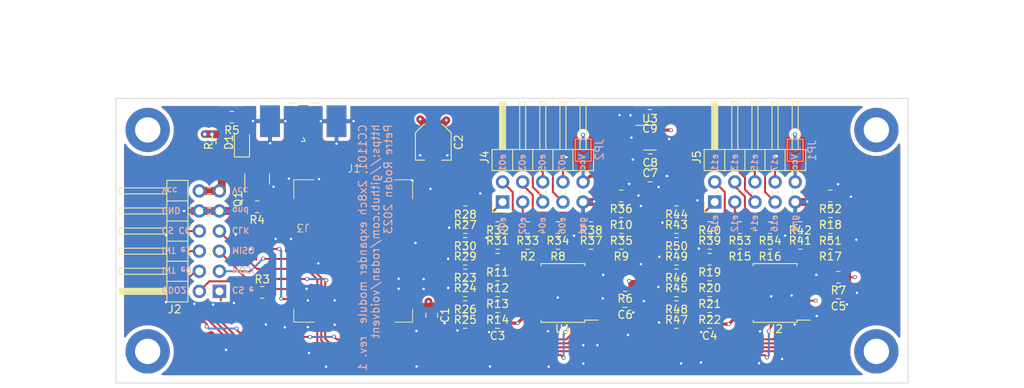
<source format=kicad_pcb>
(kicad_pcb (version 20221018) (generator pcbnew)
  (layers (0 "F.Cu" signal) (1 "In1.Cu" signal) (2 "In2.Cu" signal) (31 "B.Cu" signal) (34 "B.Paste" user) (35 "F.Paste" user) (36 "B.SilkS" user "B.Silkscreen") (37 "F.SilkS" user "F.Silkscreen") (38 "B.Mask" user) (39 "F.Mask" user) (44 "Edge.Cuts" user))
  (net 0 "")
  (net 1 "VCC")
  (net 2 "GND")
  (net 3 "Net-(D1-K)")
  (net 4 "Net-(D1-A)")
  (net 5 "MOSI")
  (net 6 "CLK")
  (net 7 "MISO")
  (net 8 "GDO2")
  (net 9 "GDO0")
  (net 10 "Net-(U2-~{RESET})")
  (net 13 "Net-(J1-ANT)")
  (net 14 "Net-(U1-~{RESET})")
  (net 15 "CS_CC")
  (net 16 "Net-(J2-Pin_11)")
  (net 17 "Net-(Q1-B)")
  (net 18 "INT_E0")
  (net 19 "INT_E1")
  (net 20 "CS_E")
  (net 21 "Net-(U1-GP0)")
  (net 22 "GP_E00")
  (net 23 "Net-(U1-GP1)")
  (net 24 "GP_E01")
  (net 25 "Net-(U1-GP2)")
  (net 26 "GP_E02")
  (net 27 "Net-(U1-GP3)")
  (net 28 "GP_E03")
  (net 29 "Net-(U1-GP4)")
  (net 30 "GP_E04")
  (net 31 "Net-(U1-GP5)")
  (net 32 "GP_E05")
  (net 33 "Net-(U1-GP6)")
  (net 34 "GP_E06")
  (net 35 "Net-(U1-GP7)")
  (net 36 "GP_E07")
  (net 37 "Net-(U2-GP0)")
  (net 38 "GP_E10")
  (net 39 "Net-(U2-GP1)")
  (net 40 "GP_E11")
  (net 41 "Net-(U2-GP2)")
  (net 42 "GP_E12")
  (net 43 "Net-(U2-GP3)")
  (net 44 "GP_E13")
  (net 45 "Net-(U2-GP4)")
  (net 46 "GP_E14")
  (net 47 "Net-(U2-GP5)")
  (net 48 "GP_E15")
  (net 49 "Net-(U2-GP6)")
  (net 50 "GP_E16")
  (net 51 "Net-(U2-GP7)")
  (net 52 "GP_E17")
  (net 57 "Net-(J4-Pin_7)")
  (net 58 "Net-(J4-Pin_8)")
  (net 59 "Net-(J4-Pin_5)")
  (net 60 "Net-(J4-Pin_6)")
  (net 61 "Net-(J4-Pin_1)")
  (net 62 "Net-(J4-Pin_2)")
  (net 63 "Net-(J4-Pin_3)")
  (net 64 "Net-(J4-Pin_4)")
  (net 65 "Net-(J5-Pin_1)")
  (net 66 "Net-(J5-Pin_3)")
  (net 67 "Net-(J5-Pin_5)")
  (net 68 "Net-(J5-Pin_7)")
  (net 69 "Net-(J5-Pin_2)")
  (net 70 "Net-(J5-Pin_4)")
  (net 71 "Net-(J5-Pin_6)")
  (net 72 "Net-(J5-Pin_8)")
  (net 73 "Net-(J1-GDO2)")
  (net 74 "Net-(J5-Pin_10)")
  (net 75 "Net-(U3-Bypass)")
  (net 76 "Vin")
  (footprint "Resistor_SMD:R_0805_2012Metric_Pad1.20x1.40mm_HandSolder" (layer "F.Cu") (at 170.7618 128.3474)
    (fp_text reference "R48")
    (fp_text value "3K3")
  )
  (footprint "Resistor_SMD:R_0805_2012Metric_Pad1.20x1.40mm_HandSolder" (layer "F.Cu") (at 170.7618 126.3474 180)
    (fp_text reference "R47")
    (fp_text value "3K3")
  )
  (footprint "Resistor_SMD:R_0805_2012Metric_Pad1.20x1.40mm_HandSolder" (layer "F.Cu") (at 170.7618 124.3474)
    (fp_text reference "R46")
    (fp_text value "3K3")
  )
  (footprint "Resistor_SMD:R_0805_2012Metric_Pad1.20x1.40mm_HandSolder" (layer "F.Cu") (at 144.0918 118.3474 180)
    (fp_text reference "R29")
    (fp_text value "3K3")
  )
  (footprint "Capacitor_SMD:C_0805_2012Metric_Pad1.18x1.45mm_HandSolder" (layer "F.Cu") (at 191.2088 124.6124 180)
    (fp_text reference "C5")
    (fp_text value "100n")
  )
  (footprint "Resistor_SMD:R_0805_2012Metric_Pad1.20x1.40mm_HandSolder" (layer "F.Cu") (at 174.9528 126.3474 180)
    (fp_text reference "R22")
    (fp_text value "1K")
  )
  (footprint "Resistor_SMD:R_0805_2012Metric_Pad1.20x1.40mm_HandSolder" (layer "F.Cu") (at 114.6278 102.3874 180)
    (fp_text reference "R5")
    (fp_text value "100K")
  )
  (footprint "Resistor_SMD:R_0805_2012Metric_Pad1.20x1.40mm_HandSolder" (layer "F.Cu") (at 151.9818 116.3474 180)
    (fp_text reference "R33")
    (fp_text value "3K3")
  )
  (footprint "Package_TO_SOT_SMD:SOT-23" (layer "F.Cu") (at 117.8188 110.2083 90)
    (fp_text reference "Q1")
    (fp_text value "BC846")
  )
  (footprint "Connector_PinHeader_2.54mm:PinHeader_2x06_P2.54mm_Horizontal" (layer "F.Cu") (at 113.0556 124.4094 180)
    (fp_text reference "J2")
    (fp_text value "Conn_02x06_Odd_Even")
  )
  (footprint "Resistor_SMD:R_0805_2012Metric_Pad1.20x1.40mm_HandSolder" (layer "F.Cu") (at 174.9528 118.3474)
    (fp_text reference "R40")
    (fp_text value "3K3")
  )
  (footprint "Resistor_SMD:R_0805_2012Metric_Pad1.20x1.40mm_HandSolder" (layer "F.Cu") (at 144.0918 114.3474 180)
    (fp_text reference "R27")
    (fp_text value "3K3")
  )
  (footprint "pff_connectors:RC-CC1101-SPI-SMT" (layer "F.Cu") (at 122.4464 120.3038)
    (fp_text reference "J1")
    (fp_text value "~")
  )
  (footprint "Capacitor_SMD:C_Elec_4x5.8" (layer "F.Cu") (at 140.0532 105.5624 -90)
    (fp_text reference "C2")
    (fp_text value "10u")
  )
  (footprint "pff_connectors:SMA-16" (layer "F.Cu") (at 123.6384 102.3956 180)
    (fp_text reference "J3")
    (fp_text value "Conn_Coaxial")
  )
  (footprint "Connector_PinHeader_2.54mm:PinHeader_2x05_P2.54mm_Horizontal" (layer "F.Cu") (at 148.8068 113.1174 90)
    (fp_text reference "J4")
    (fp_text value "io expand 0")
  )
  (footprint "Package_SO:SSOP-20_5.3x7.2mm_P0.65mm" (layer "F.Cu") (at 156.4268 124.6124 180)
    (fp_text reference "U1")
    (fp_text value "MCP23S08-xSS")
  )
  (footprint "MountingHole:MountingHole_3.2mm_M3_DIN965_Pad_TopBottom" (layer "F.Cu") (at 196 132)
    (fp_text reference "REF**" hide)
    (fp_text value "MountingHole_3.2mm_M3_DIN965_Pad_TopBottom")
  )
  (footprint "Resistor_SMD:R_0805_2012Metric_Pad1.20x1.40mm_HandSolder" (layer "F.Cu") (at 182.5728 116.3574 180)
    (fp_text reference "R54")
    (fp_text value "3K3")
  )
  (footprint "LED_SMD:LED_0805_2012Metric_Pad1.15x1.40mm_HandSolder" (layer "F.Cu") (at 115.8978 105.5624 90)
    (fp_text reference "D1")
    (fp_text value "LED")
  )
  (footprint "Resistor_SMD:R_0805_2012Metric_Pad1.20x1.40mm_HandSolder" (layer "F.Cu") (at 148.164715 120.3474 180)
    (fp_text reference "R11")
    (fp_text value "1K")
  )
  (footprint "Capacitor_SMD:C_0805_2012Metric_Pad1.18x1.45mm_HandSolder" (layer "F.Cu") (at 167.4077 102.159 180)
    (fp_text reference "C9")
    (fp_text value "100n")
  )
  (footprint "Resistor_SMD:R_0805_2012Metric_Pad1.20x1.40mm_HandSolder" (layer "F.Cu") (at 186.3828 118.3474)
    (fp_text reference "R42")
    (fp_text value "3K3")
  )
  (footprint "Resistor_SMD:R_0805_2012Metric_Pad1.20x1.40mm_HandSolder" (layer "F.Cu") (at 174.9528 120.3474 180)
    (fp_text reference "R19")
    (fp_text value "1K")
  )
  (footprint "Resistor_SMD:R_0805_2012Metric_Pad1.20x1.40mm_HandSolder" (layer "F.Cu") (at 113.3578 105.5624 90)
    (fp_text reference "R1")
    (fp_text value "R")
  )
  (footprint "Resistor_SMD:R_0805_2012Metric_Pad1.20x1.40mm_HandSolder" (layer "F.Cu") (at 163.7768 114.3474 180)
    (fp_text reference "R10")
    (fp_text value "1K")
  )
  (footprint "Resistor_SMD:R_0805_2012Metric_Pad1.20x1.40mm_HandSolder" (layer "F.Cu") (at 190.1928 114.3474 180)
    (fp_text reference "R18")
    (fp_text value "1K")
  )
  (footprint "Capacitor_SMD:C_0805_2012Metric_Pad1.18x1.45mm_HandSolder" (layer "F.Cu") (at 167.437 109.8298)
    (fp_text reference "C8")
    (fp_text value "100n")
  )
  (footprint "Capacitor_SMD:C_0805_2012Metric_Pad1.18x1.45mm_HandSolder" (layer "F.Cu") (at 148.1718 128.3474 180)
    (fp_text reference "C3")
    (fp_text value "100n")
  )
  (footprint "Resistor_SMD:R_0805_2012Metric_Pad1.20x1.40mm_HandSolder" (layer "F.Cu") (at 170.7618 116.3474)
    (fp_text reference "R44")
    (fp_text value "3K3")
  )
  (footprint "Resistor_SMD:R_0805_2012Metric_Pad1.20x1.40mm_HandSolder" (layer "F.Cu") (at 163.7768 112.3474 180)
    (fp_text reference "R36")
    (fp_text value "3K3")
  )
  (footprint "Resistor_SMD:R_0805_2012Metric_Pad1.20x1.40mm_HandSolder" (layer "F.Cu") (at 144.0918 116.3474)
    (fp_text reference "R28")
    (fp_text value "3K3")
  )
  (footprint "MountingHole:MountingHole_3.2mm_M3_DIN965_Pad_TopBottom" (layer "F.Cu") (at 196 104)
    (fp_text reference "REF**" hide)
    (fp_text value "MountingHole_3.2mm_M3_DIN965_Pad_TopBottom")
  )
  (footprint "Resistor_SMD:R_0805_2012Metric_Pad1.20x1.40mm_HandSolder" (layer "F.Cu") (at 159.9828 118.3474)
    (fp_text reference "R38")
    (fp_text value "3K3")
  )
  (footprint "Resistor_SMD:R_0805_2012Metric_Pad1.20x1.40mm_HandSolder" (layer "F.Cu") (at 118.4632 124.5362)
    (fp_text reference "R3")
    (fp_text value "1K")
  )
  (footprint "Resistor_SMD:R_0805_2012Metric_Pad1.20x1.40mm_HandSolder" (layer "F.Cu") (at 144.0918 122.3474 180)
    (fp_text reference "R24")
    (fp_text value "3K3")
  )
  (footprint "MountingHole:MountingHole_3.2mm_M3_DIN965_Pad_TopBottom" (layer "F.Cu") (at 104 132)
    (fp_text reference "REF**" hide)
    (fp_text value "MountingHole_3.2mm_M3_DIN965_Pad_TopBottom")
  )
  (footprint "Capacitor_SMD:C_0805_2012Metric_Pad1.18x1.45mm_HandSolder" (layer "F.Cu") (at 174.9528 128.3474 180)
    (fp_text reference "C4")
    (fp_text value "100n")
  )
  (footprint "Resistor_SMD:R_0805_2012Metric_Pad1.20x1.40mm_HandSolder" (layer "F.Cu") (at 148.164715 122.3474 180)
    (fp_text reference "R12")
    (fp_text value "1K")
  )
  (footprint "Resistor_SMD:R_0805_2012Metric_Pad1.20x1.40mm_HandSolder" (layer "F.Cu") (at 163.7928 116.3474 180)
    (fp_text reference "R35")
    (fp_text value "3K3")
  )
  (footprint "Resistor_SMD:R_0805_2012Metric_Pad1.20x1.40mm_HandSolder" (layer "F.Cu") (at 144.0918 128.3474)
    (fp_text reference "R26")
    (fp_text value "3K3")
  )
  (footprint "Resistor_SMD:R_0805_2012Metric_Pad1.20x1.40mm_HandSolder" (layer "F.Cu") (at 148.1718 116.3474 180)
    (fp_text reference "R31")
    (fp_text value "3K3")
  )
  (footprint "Connector_PinHeader_2.54mm:PinHeader_2x05_P2.54mm_Horizontal" (layer "F.Cu") (at 175.5878 113.1174 90)
    (fp_text reference "J5")
    (fp_text value "io expand 1")
  )
  (footprint "Resistor_SMD:R_0805_2012Metric_Pad1.20x1.40mm_HandSolder" (layer "F.Cu") (at 148.1718 118.3474)
    (fp_text reference "R32")
    (fp_text value "3K3")
  )
  (footprint "Resistor_SMD:R_0805_2012Metric_Pad1.20x1.40mm_HandSolder" (layer "F.Cu") (at 148.164715 126.3474 180)
    (fp_text reference "R14")
    (fp_text value "1K")
  )
  (footprint "Resistor_SMD:R_0805_2012Metric_Pad1.20x1.40mm_HandSolder" (layer "F.Cu") (at 164.2848 123.6726 180)
    (fp_text reference "R6")
    (fp_text value "10K")
  )
  (footprint "Resistor_SMD:R_0805_2012Metric_Pad1.20x1.40mm_HandSolder" (layer "F.Cu") (at 186.3828 116.3474 180)
    (fp_text reference "R41")
    (fp_text value "3K3")
  )
  (footprint "Resistor_SMD:R_0805_2012Metric_Pad1.20x1.40mm_HandSolder" (layer "F.Cu") (at 191.2047 122.629493 180)
    (fp_text reference "R7")
    (fp_text value "10K")
  )
  (footprint "Capacitor_SMD:C_0805_2012Metric_Pad1.18x1.45mm_HandSolder" (layer "F.Cu") (at 164.277354 125.682746 180)
    (fp_text reference "C6")
    (fp_text value "100n")
  )
  (footprint "Package_SO:SSOP-20_5.3x7.2mm_P0.65mm" (layer "F.Cu") (at 183.2078 124.6124 180)
    (fp_text reference "U2")
    (fp_text value "MCP23S08-xSS")
  )
  (footprint "Resistor_SMD:R_0805_2012Metric_Pad1.20x1.40mm_HandSolder" (layer "F.Cu") (at 190.1928 118.3474 180)
    (fp_text reference "R17")
    (fp_text value "1K")
  )
  (footprint "Resistor_SMD:R_0805_2012Metric_Pad1.20x1.40mm_HandSolder" (layer "F.Cu") (at 155.7918 118.3474 180)
    (fp_text reference "R8")
    (fp_text value "1K")
  )
  (footprint "Resistor_SMD:R_0805_2012Metric_Pad1.20x1.40mm_HandSolder" (layer "F.Cu") (at 190.1928 112.3474 180)
    (fp_text reference "R52")
    (fp_text value "3K3")
  )
  (footprint "Resistor_SMD:R_0805_2012Metric_Pad1.20x1.40mm_HandSolder" (layer "F.Cu") (at 174.9528 122.3474 180)
    (fp_text reference "R20")
    (fp_text value "1K")
  )
  (footprint "Resistor_SMD:R_0805_2012Metric_Pad1.20x1.40mm_HandSolder" (layer "F.Cu") (at 159.9828 116.3474 180)
    (fp_text reference "R37")
    (fp_text value "3K3")
  )
  (footprint "Resistor_SMD:R_0805_2012Metric_Pad1.20x1.40mm_HandSolder" (layer "F.Cu") (at 155.7918 116.3474 180)
    (fp_text reference "R34")
    (fp_text value "3K3")
  )
  (footprint "Resistor_SMD:R_0805_2012Metric_Pad1.20x1.40mm_HandSolder" (layer "F.Cu") (at 151.9818 118.3474 180)
    (fp_text reference "R2")
    (fp_text value "1K")
  )
  (footprint "Resistor_SMD:R_0805_2012Metric_Pad1.20x1.40mm_HandSolder" (layer "F.Cu") (at 170.7618 114.3474 180)
    (fp_text reference "R43")
    (fp_text value "3K3")
  )
  (footprint "Resistor_SMD:R_0805_2012Metric_Pad1.20x1.40mm_HandSolder" (layer "F.Cu") (at 117.8188 113.7158 180)
    (fp_text reference "R4")
    (fp_text value "3K3")
  )
  (footprint "Resistor_SMD:R_0805_2012Metric_Pad1.20x1.40mm_HandSolder" (layer "F.Cu") (at 170.7618 120.3474)
    (fp_text reference "R50")
    (fp_text value "3K3")
  )
  (footprint "Resistor_SMD:R_0805_2012Metric_Pad1.20x1.40mm_HandSolder" (layer "F.Cu") (at 174.9528 124.3474 180)
    (fp_text reference "R21")
    (fp_text value "1K")
  )
  (footprint "Resistor_SMD:R_0805_2012Metric_Pad1.20x1.40mm_HandSolder" (layer "F.Cu") (at 144.0918 124.3474)
    (fp_text reference "R23")
    (fp_text value "3K3")
  )
  (footprint "Resistor_SMD:R_0805_2012Metric_Pad1.20x1.40mm_HandSolder" (layer "F.Cu") (at 170.7618 122.3474 180)
    (fp_text reference "R45")
    (fp_text value "3K3")
  )
  (footprint "MountingHole:MountingHole_3.2mm_M3_DIN965_Pad_TopBottom" (layer "F.Cu") (at 104 104)
    (fp_text reference "REF**" hide)
    (fp_text value "MountingHole_3.2mm_M3_DIN965_Pad_TopBottom")
  )
  (footprint "Capacitor_SMD:C_0805_2012Metric_Pad1.18x1.45mm_HandSolder" (layer "F.Cu") (at 139.85 127.4318 -90)
    (fp_text reference "C1")
    (fp_text value "100n")
  )
  (footprint "Resistor_SMD:R_0805_2012Metric_Pad1.20x1.40mm_HandSolder" (layer "F.Cu") (at 170.7618 118.3474 180)
    (fp_text reference "R49")
    (fp_text value "3K3")
  )
  (footprint "Resistor_SMD:R_0805_2012Metric_Pad1.20x1.40mm_HandSolder" (layer "F.Cu") (at 163.7928 118.3474 180)
    (fp_text reference "R9")
    (fp_text value "1K")
  )
  (footprint "Resistor_SMD:R_0805_2012Metric_Pad1.20x1.40mm_HandSolder" (layer "F.Cu") (at 144.0918 126.3474 180)
    (fp_text reference "R25")
    (fp_text value "3K3")
  )
  (footprint "Resistor_SMD:R_0805_2012Metric_Pad1.20x1.40mm_HandSolder" (layer "F.Cu") (at 182.5728 118.3474 180)
    (fp_text reference "R16")
    (fp_text value "1K")
  )
  (footprint "Resistor_SMD:R_0805_2012Metric_Pad1.20x1.40mm_HandSolder" (layer "F.Cu") (at 178.7628 116.3474 180)
    (fp_text reference "R53")
    (fp_text value "3K3")
  )
  (footprint "Resistor_SMD:R_0805_2012Metric_Pad1.20x1.40mm_HandSolder" (layer "F.Cu") (at 178.7628 118.3474 180)
    (fp_text reference "R15")
    (fp_text value "1K")
  )
  (footprint "Capacitor_SMD:C_0805_2012Metric_Pad1.18x1.45mm_HandSolder" (layer "F.Cu") (at 167.437 107.7724 180)
    (fp_text reference "C7")
    (fp_text value "100n")
  )
  (footprint "Resistor_SMD:R_0805_2012Metric_Pad1.20x1.40mm_HandSolder" (layer "F.Cu") (at 144.0918 120.3474)
    (fp_text reference "R30")
    (fp_text value "3K3")
  )
  (footprint "Resistor_SMD:R_0805_2012Metric_Pad1.20x1.40mm_HandSolder" (layer "F.Cu") (at 174.9528 116.3474 180)
    (fp_text reference "R39")
    (fp_text value "3K3")
  )
  (footprint "Package_TO_SOT_SMD:SOT-23-5" (layer "F.Cu") (at 167.4116 104.9784)
    (fp_text reference "U3")
    (fp_text value "TC1014-xCT")
  )
  (footprint "Resistor_SMD:R_0805_2012Metric_Pad1.20x1.40mm_HandSolder" (layer "F.Cu") (at 190.1928 116.3574 180)
    (fp_text reference "R51")
    (fp_text value "3K3")
  )
  (footprint "Resistor_SMD:R_0805_2012Metric_Pad1.20x1.40mm_HandSolder" (layer "F.Cu") (at 148.164715 124.3474 180)
    (fp_text reference "R13")
    (fp_text value "1K")
  )
  (footprint "Jumper:SolderJumper-2_P1.3mm_Open_TrianglePad1.0x1.5mm" (layer "B.Cu") (at 158.9762 106.553 -90)
    (fp_text reference "JP2")
    (fp_text value "SolderJumper_2_Open")
  )
  (footprint "Jumper:SolderJumper-2_P1.3mm_Open_TrianglePad1.0x1.5mm" (layer "B.Cu") (at 185.7478 106.5668 -90)
    (fp_text reference "JP1")
    (fp_text value "SolderJumper_2_Open")
  )
  (gr_rect (start 100 100) (end 200 136) (stroke (width 0.1)) (fill none) (layer "Edge.Cuts"))
  (gr_text "e01\n\ne03\n\ne05\n\ne07\n\nVcc" (at 159.3 106.985 90) (layer "B.SilkS") (effects (font (size 0.78 0.78)) (justify left bottom mirror)))
  (gr_text "CC1101, 2x8ch expander module  rev. 1\nhttps://github.com/rodan/voidvent\nPetre Rodan 2023" (at 134.9504 103.2004 90) (layer "B.SilkS") (effects (font (size 1 1)) (justify left bottom mirror)))
  (gr_text "e10\n\ne12\n\ne14\n\ne16\n\ngnd" (at 186.1 114.6558 90) (layer "B.SilkS") (effects (font (size 0.78 0.78)) (justify left bottom mirror)))
  (gr_text "e00\n\ne02\n\ne04\n\ne06\n\ngnd" (at 159.3 114.9352 90) (layer "B.SilkS") (effects (font (size 0.78 0.78)) (justify left bottom mirror)))
  (gr_text "CS e\n\nMOSI\n\nMISO\n\nCLK\n\ngnd\n\nVcc" (at 114.5542 111.2 180) (layer "B.SilkS") (effects (font (size 0.78 0.78)) (justify left bottom mirror)))
  (gr_text "GDO2\n\nINT e0\n\nINT e1\n\nCS CC\n\nGND\n\nVcc" (at 105.6642 111.2 180) (layer "B.SilkS") (effects (font (size 0.78 0.78)) (justify left bottom mirror)))
  (gr_text "e11\n\ne13\n\ne15\n\ne17\n\nVcc" (at 186.1 106.9596 90) (layer "B.SilkS") (effects (font (size 0.78 0.78)) (justify left bottom mirror)))
  (segment (start 149.2093 128.4224) (end 150.7118 128.4224) (width 0.4) (layer "F.Cu") (net 1))
  (segment (start 140.0532 103.6454) (end 140.8392 103.6454) (width 0.25) (layer "F.Cu") (net 1))
  (segment (start 188.3288 125.5874) (end 186.7078 125.5874) (width 0.25) (layer "F.Cu") (net 1))
  (segment (start 193.267907 122.629493) (end 192.2047 122.629493) (width 0.25) (layer "F.Cu") (net 1))
  (segment (start 111.1988 104.5464) (end 112.0878 104.5464) (width 1) (layer "F.Cu") (net 1))
  (segment (start 137.7059 126.3943) (end 137.4464 126.6538) (width 0.25) (layer "F.Cu") (net 1))
  (segment (start 113.6278 102.3874) (end 113.6278 104.2924) (width 0.25) (layer "F.Cu") (net 1))
  (segment (start 151.5968 127.5374) (end 150.7118 128.4224) (width 0.4) (layer "F.Cu") (net 1))
  (segment (start 139.3942 103.6454) (end 140.0532 103.6454) (width 0.25) (layer "F.Cu") (net 1))
  (segment (start 113.3578 104.5624) (end 112.1038 104.5624) (width 1) (layer "F.Cu") (net 1))
  (segment (start 168.4452 102.159) (end 168.4452 103.9245) (width 0.4) (layer "F.Cu") (net 1))
  (segment (start 139.85 126.3943) (end 137.7059 126.3943) (width 1) (layer "F.Cu") (net 1))
  (segment (start 170.043 104.0284) (end 170.0532 104.0386) (width 0.25) (layer "F.Cu") (net 1))
  (segment (start 178.3778 127.5374) (end 177.3658 128.5494) (width 0.4) (layer "F.Cu") (net 1))
  (segment (start 139.4436 125.7046) (end 139.4436 126.3943) (width 1) (layer "F.Cu") (net 1))
  (segment (start 175.9903 128.5494) (end 177.3658 128.5494) (width 0.4) (layer "F.Cu") (net 1))
  (segment (start 140.8392 103.6454) (end 141.7042 102.7804) (width 1) (layer "F.Cu") (net 1))
  (segment (start 179.7078 127.5374) (end 178.3778 127.5374) (width 0.4) (layer "F.Cu") (net 1))
  (segment (start 137.4464 126.6538) (end 137.4464 125.3838) (width 1) (layer "F.Cu") (net 1))
  (segment (start 113.6278 104.2924) (end 113.3578 104.5624) (width 0.25) (layer "F.Cu") (net 1))
  (segment (start 168.5491 104.0284) (end 170.043 104.0284) (width 0.4) (layer "F.Cu") (net 1))
  (segment (start 138.4022 102.6534) (end 139.3942 103.6454) (width 1) (layer "F.Cu") (net 1))
  (segment (start 152.9268 127.5374) (end 151.5968 127.5374) (width 0.4) (layer "F.Cu") (net 1))
  (segment (start 112.0878 104.5464) (end 112.1038 104.5624) (width 0.25) (layer "F.Cu") (net 1))
  (segment (start 168.4452 103.9245) (end 168.5491 104.0284) (width 0.25) (layer "F.Cu") (net 1))
  (segment (start 193.2916 122.6058) (end 193.267907 122.629493) (width 0.25) (layer "F.Cu") (net 1))
  (via (at 138.4022 102.6534) (size 0.5) (drill 0.3) (layers "F.Cu" "B.Cu") (net 1))
  (via (at 141.7042 102.7804) (size 0.5) (drill 0.3) (layers "F.Cu" "B.Cu") (net 1))
  (via (at 164.7928 123.0884) (size 0.5) (drill 0.3) (layers "F.Cu" "B.Cu") (net 1))
  (via (at 139.4436 125.7046) (size 0.5) (drill 0.3) (layers "F.Cu" "B.Cu") (net 1))
  (via (at 185.7224 104.5464) (size 0.5) (drill 0.3) (layers "F.Cu" "B.Cu") (net 1))
  (via (at 111.1988 104.5464) (size 0.8) (drill 0.4) (layers "F.Cu" "B.Cu") (net 1))
  (via (at 188.3288 125.5874) (size 0.5) (drill 0.3) (layers "F.Cu" "B.Cu") (net 1))
  (via (at 158.9762 104.6226) (size 0.5) (drill 0.3) (layers "F.Cu" "B.Cu") (net 1))
  (via (at 112.1038 104.5624) (size 0.8) (drill 0.4) (layers "F.Cu" "B.Cu") (net 1))
  (via (at 170.0532 104.0386) (size 0.5) (drill 0.3) (layers "F.Cu" "B.Cu") (net 1))
  (via (at 177.3658 128.5494) (size 0.5) (drill 0.3) (layers "F.Cu" "B.Cu") (net 1))
  (via (at 193.2916 122.6058) (size 0.5) (drill 0.3) (layers "F.Cu" "B.Cu") (net 1))
  (via (at 150.7118 128.4224) (size 0.5) (drill 0.3) (layers "F.Cu" "B.Cu") (net 1))
  (segment (start 185.7224 105.8164) (end 185.7478 105.8418) (width 0.25) (layer "B.Cu") (net 1))
  (segment (start 185.7224 104.5464) (end 185.7224 105.8164) (width 0.4) (layer "B.Cu") (net 1))
  (segment (start 158.9762 105.828) (end 158.9762 104.6226) (width 0.4) (layer "B.Cu") (net 1))
  (segment (start 186.7078 124.9374) (end 185.2958 124.9374) (width 0.25) (layer "F.Cu") (net 2))
  (segment (start 141.9328 120.2944) (end 143.0388 120.2944) (width 0.25) (layer "F.Cu") (net 2))
  (segment (start 158.9828 118.3474) (end 158.7978 118.3474) (width 0.25) (layer "F.Cu") (net 2))
  (segment (start 137.4624 122.8598) (end 137.4464 122.8438) (width 0.25) (layer "F.Cu") (net 2))
  (segment (start 168.9948 124.3474) (end 169.7618 124.3474) (width 0.25) (layer "F.Cu") (net 2))
  (segment (start 135.7884 122.8598) (end 135.8044 122.8438) (width 0.25) (layer "F.Cu") (net 2))
  (segment (start 158.9668 113.1174) (end 160.3018 113.1174) (width 1) (layer "F.Cu") (net 2))
  (segment (start 183.5728 116.4684) (end 184.4778 117.3734) (width 0.25) (layer "F.Cu") (net 2))
  (segment (start 135.6774 124.1138) (end 135.6614 124.1298) (width 0.25) (layer "F.Cu") (net 2))
  (segment (start 188.5308 122.3374) (end 188.5418 122.3264) (width 0.25) (layer "F.Cu") (net 2))
  (segment (start 156.7978 116.3474) (end 157.8238 117.3734) (width 0.25) (layer "F.Cu") (net 2))
  (segment (start 173.5812 118.999) (end 173.5812 118.719) (width 0.25) (layer "F.Cu") (net 2))
  (segment (start 113.0556 114.2494) (end 108.8392 114.2494) (width 0.25) (layer "F.Cu") (net 2))
  (segment (start 173.9153 128.3474) (end 173.9153 129.5361) (width 0.25) (layer "F.Cu") (net 2))
  (segment (start 173.9153 129.5361) (end 173.886 129.5654) (width 0.25) (layer "F.Cu") (net 2))
  (segment (start 183.5728 116.3574) (end 183.5728 116.4684) (width 0.25) (layer "F.Cu") (net 2))
  (segment (start 161.0792 124.9374) (end 161.44 125.2982) (width 0.25) (layer "F.Cu") (net 2))
  (segment (start 146.7588 117.6274) (end 146.7588 117.9344) (width 0.25) (layer "F.Cu") (net 2))
  (segment (start 159.9268 125.5874) (end 161.1508 125.5874) (width 0.25) (layer "F.Cu") (net 2))
  (segment (start 156.7918 116.3474) (end 156.7978 116.3474) (width 0.25) (layer "F.Cu") (net 2))
  (segment (start 165.2526 107.747) (end 166.3741 107.747) (width 0.25) (layer "F.Cu") (net 2))
  (segment (start 142.0698 116.3474) (end 142.0598 116.3574) (width 0.25) (layer "F.Cu") (net 2))
  (segment (start 143.0918 116.3474) (end 142.0698 116.3474) (width 0.25) (layer "F.Cu") (net 2))
  (segment (start 159.9268 124.9374) (end 161.0792 124.9374) (width 0.25) (layer "F.Cu") (net 2))
  (segment (start 173.5812 118.719) (end 173.9528 118.3474) (width 0.25) (layer "F.Cu") (net 2))
  (segment (start 138.8364 122.8598) (end 137.4624 122.8598) (width 1) (layer "F.Cu") (net 2))
  (segment (start 142.3028 124.3474) (end 141.9328 123.9774) (width 0.25) (layer "F.Cu") (net 2))
  (segment (start 186.7078 122.3374) (end 184.5684 122.3374) (width 0.25) (layer "F.Cu") (net 2))
  (segment (start 143.0918 124.3474) (end 142.3028 124.3474) (width 0.25) (layer "F.Cu") (net 2))
  (segment (start 143.0388 120.2944) (end 143.0918 120.3474) (width 0.25) (layer "F.Cu") (net 2))
  (segment (start 168.9838 115.7224) (end 169.1368 115.7224) (width 0.25) (layer "F.Cu") (net 2))
  (segment (start 168.9838 120.4214) (end 169.6878 120.4214) (width 0.25) (layer "F.Cu") (net 2))
  (segment (start 108.8392 114.2494) (end 114.8844 114.2494) (width 1) (layer "F.Cu") (net 2))
  (segment (start 167.945 111.4554) (end 168.2724 111.4554) (width 0.4) (layer "F.Cu") (net 2))
  (segment (start 147.1144 128.3673) (end 147.1343 128.3474) (width 0.25) (layer "F.Cu") (net 2))
  (segment (start 185.3828 118.3474) (end 185.3828 118.2784) (width 0.25) (layer "F.Cu") (net 2))
  (segment (start 165.0748 104.9784) (end 166.2741 104.9784) (width 0.4) (layer "F.Cu") (net 2))
  (segment (start 169.6878 120.4214) (end 169.7618 120.3474) (width 0.25) (layer "F.Cu") (net 2))
  (segment (start 138.8364 124.1138) (end 138.8364 122.8598) (width 0.25) (layer "F.Cu") (net 2))
  (segment (start 168.4745 109.8298) (end 169.5706 109.8298) (width 0.4) (layer "F.Cu") (net 2))
  (segment (start 168.4745 109.8298) (end 168.4745 110.9474) (width 0.4) (layer "F.Cu") (net 2))
  (segment (start 158.9828 118.2624) (end 158.9668 118.2624) (width 0.25) (layer "F.Cu") (net 2))
  (segment (start 184.5684 122.3374) (end 182.7252 124.1806) (width 0.25) (layer "F.Cu") (net 2))
  (segment (start 185.3828 118.2784) (end 184.4778 117.3734) (width 0.25) (layer "F.Cu") (net 2))
  (segment (start 158.7978 118.3474) (end 157.8238 117.3734) (width 0.25) (layer "F.Cu") (net 2))
  (segment (start 187.2098 113.1174) (end 187.2718 113.0554) (width 0.25) (layer "F.Cu") (net 2))
  (segment (start 138.8364 124.1138) (end 137.4464 124.1138) (width 1) (layer "F.Cu") (net 2))
  (segment (start 185.7478 113.1174) (end 187.2098 113.1174) (width 1) (layer "F.Cu") (net 2))
  (segment (start 182.7252 124.1806) (end 182.7252 125.0442) (width 0.25) (layer "F.Cu") (net 2))
  (segment (start 186.7078 122.3374) (end 188.5308 122.3374) (width 0.4) (layer "F.Cu") (net 2))
  (segment (start 168.6028 120.0404) (end 168.9838 120.4214) (width 0.25) (layer "F.Cu") (net 2))
  (segment (start 169.1368 115.7224) (end 169.7618 116.3474) (width 0.25) (layer "F.Cu") (net 2))
  (segment (start 141.8312 107.2134) (end 138.4022 107.2134) (width 1) (layer "F.Cu") (net 2))
  (segment (start 161.1508 125.5874) (end 161.44 125.2982) (width 0.25) (layer "F.Cu") (net 2))
  (segment (start 147.1144 129.5654) (end 147.1144 128.3673) (width 0.25) (layer "F.Cu") (net 2))
  (segment (start 168.4758 123.8504) (end 168.9838 124.3584) (width 0.25) (layer "F.Cu") (net 2))
  (segment (start 168.2724 111.4554) (end 168.5012 111.2266) (width 0.4) (layer "F.Cu") (net 2))
  (segment (start 166.3741 107.747) (end 166.3995 107.7724) (width 0.25) (layer "F.Cu") (net 2))
  (segment (start 161.4958 122.3374) (end 161.5068 122.3264) (width 0.25) (layer "F.Cu") (net 2))
  (segment (start 137.4464 124.1138) (end 135.6774 124.1138) (width 1) (layer "F.Cu") (net 2))
  (segment (start 159.9268 122.3374) (end 161.4958 122.3374) (width 0.4) (layer "F.Cu") (net 2))
  (segment (start 160.3018 113.1174) (end 160.3638 113.0554) (width 0.25) (layer "F.Cu") (net 2))
  (segment (start 164.9439 102.159) (end 166.3702 102.159) (width 0.4) (layer "F.Cu") (net 2))
  (segment (start 168.9838 124.3584) (end 168.9948 124.3474) (width 0.25) (layer "F.Cu") (net 2))
  (segment (start 137.4464 122.8438) (end 135.8044 122.8438) (width 1) (layer "F.Cu") (net 2))
  (segment (start 146.7588 117.9344) (end 147.1718 118.3474) (width 0.25) (layer "F.Cu") (net 2))
  (via (at 164.9439 102.159) (size 0.5) (drill 0.3) (layers "F.Cu" "B.Cu") (net 2))
  (via (at 169.8461 105.1562) (size 0.5) (drill 0.3) (layers "F.Cu" "B.Cu") (net 2))
  (via (at 139.6976 111.4552) (size 0.5) (drill 0.3) (layers "F.Cu" "B.Cu") (net 2))
  (via (at 165.3008 127.0762) (size 0.5) (drill 0.3) (layers "F.Cu" "B.Cu") (net 2))
  (via (at 168.4758 123.8504) (size 0.5) (drill 0.3) (layers "F.Cu" "B.Cu") (net 2))
  (via (at 182.7252 125.0442) (size 0.5) (drill 0.3) (layers "F.Cu" "B.Cu") (net 2))
  (via (at 154.5312 129.4638) (size 0.5) (drill 0.3) (layers "F.Cu" "B.Cu") (net 2))
  (via (at 121.308 128.9558) (size 0.5) (drill 0.3) (layers "F.Cu" "B.Cu") (net 2))
  (via (at 184.0968 132.969) (size 0.5) (drill 0.3) (layers "F.Cu" "B.Cu") (net 2))
  (via (at 124.0538 124.0792) (size 0.5) (drill 0.3) (layers "F.Cu" "B.Cu") (net 2))
  (via (at 159.0016 131.2178) (size 0.5) (drill 0.3) (layers "F.Cu" "B.Cu") (net 2))
  (via (at 143.1012 129.3622) (size 0.5) (drill 0.3) (layers "F.Cu" "B.Cu") (net 2))
  (via (at 120.1396 117.7798) (size 0.5) (drill 0.3) (layers "F.Cu" "B.Cu") (net 2))
  (via (at 192.7836 112.4458) (size 0.5) (drill 0.3) (layers "F.Cu" "B.Cu") (net 2))
  (via (at 193.4694 117.8814) (size 0.5) (drill 0.3) (layers "F.Cu" "B.Cu") (net 2))
  (via (at 161.5068 122.3264) (size 0.5) (drill 0.3) (layers "F.Cu" "B.Cu") (net 2))
  (via (at 127.594447 125.553707) (size 0.5) (drill 0.3) (layers "F.Cu" "B.Cu") (net 2))
  (via (at 157.8238 117.3734) (size 0.5) (drill 0.3) (layers "F.Cu" "B.Cu") (net 2))
  (via (at 112.2682 126.0858) (size 0.5) (drill 0.3) (layers "F.Cu" "B.Cu") (net 2))
  (via (at 187.2718 113.0554) (size 0.5) (drill 0.3) (layers "F.Cu" "B.Cu") (net 2))
  (via (at 168.5012 111.2266) (size 0.5) (drill 0.3) (layers "F.Cu" "B.Cu") (net 2))
  (via (at 124.218847 125.553907) (size 0.5) (drill 0.3) (layers "F.Cu" "B.Cu") (net 2))
  (via (at 168.6028 120.0404) (size 0.5) (drill 0.3) (layers "F.Cu" "B.Cu") (net 2))
  (via (at 165.2526 107.747) (size 0.5) (drill 0.3) (layers "F.Cu" "B.Cu") (net 2))
  (via (at 166.6404 125.649546) (size 0.5) (drill 0.3) (layers "F.Cu" "B.Cu") (net 2))
  (via (at 185.6716 128.6002) (size 0.5) (drill 0.3) (layers "F.Cu" "B.Cu") (net 2))
  (via (at 192.2756 126.0602) (size 0.5) (drill 0.3) (layers "F.Cu" "B.Cu") (net 2))
  (via (at 108.5852 114.2494) (size 0.5) (drill 0.3) (layers "F.Cu" "B.Cu") (net 2))
  (via (at 169.5706 109.8298) (size 0.5) (drill 0.3) (layers "F.Cu" "B.Cu") (net 2))
  (via (at 125.8572 102.8956) (size 0.5) (drill 0.3) (layers "F.Cu" "B.Cu") (net 2))
  (via (at 165.9612 112.2934) (size 0.5) (drill 0.3) (layers "F.Cu" "B.Cu") (net 2))
  (via (at 141.9328 123.9774) (size 0.5) (drill 0.3) (layers "F.Cu" "B.Cu") (net 2))
  (via (at 106.35 117.3482) (size 0.5) (drill 0.3) (layers "F.Cu" "B.Cu") (net 2))
  (via (at 117.2974 102.8702) (size 0.5) (drill 0.3) (layers "F.Cu" "B.Cu") (net 2))
  (via (at 137.8206 118.288) (size 0.5) (drill 0.3) (layers "F.Cu" "B.Cu") (net 2))
  (via (at 135.6844 122.809) (size 0.5) (drill 0.3) (layers "F.Cu" "B.Cu") (net 2))
  (via (at 193.5456 124.587) (size 0.5) (drill 0.3) (layers "F.Cu" "B.Cu") (net 2))
  (via (at 185.2958 124.9374) (size 0.5) (drill 0.3) (layers "F.Cu" "B.Cu") (net 2))
  (via (at 188.4656 127.5334) (size 0.5) (drill 0.3) (layers "F.Cu" "B.Cu") (net 2))
  (via (at 166.266 113.6142) (size 0.5) (drill 0.3) (layers "F.Cu" "B.Cu") (net 2))
  (via (at 168.9838 115.7224) (size 0.5) (drill 0.3) (layers "F.Cu" "B.Cu") (net 2))
  (via (at 183.3856 107.2896) (size 0.5) (drill 0.3) (layers "F.Cu" "B.Cu") (net 2))
  (via (at 113.8912 131.8006) (size 0.5) (drill 0.3) (layers "F.Cu" "B.Cu") (net 2))
  (via (at 181.2012 133.5024) (size 0.5) (drill 0.3) (layers "F.Cu" "B.Cu") (net 2))
  (via (at 109.8806 125.9842) (size 0.5) (drill 0.3) (layers "F.Cu" "B.Cu") (net 2))
  (via (at 125.626 110.2106) (size 0.5) (drill 0.3) (layers "F.Cu" "B.Cu") (net 2))
  (via (at 137.4142 110.414) (size 0.5) (drill 0.3) (layers "F.Cu" "B.Cu") (net 2))
  (via (at 156.868 107.442) (size 0.5) (drill 0.3) (layers "F.Cu" "B.Cu") (net 2))
  (via (at 115.113 117.2466) (size 0.5) (drill 0.3) (layers "F.Cu" "B.Cu") (net 2))
  (via (at 159.0016 133.5278) (size 0.5) (drill 0.3) (layers "F.Cu" "B.Cu") (net 2))
  (via (at 168.552 128.3462) (size 0.5) (drill 0.3) (layers "F.Cu" "B.Cu") (net 2))
  (via (at 171.346 133.5278) (size 0.5) (drill 0.3) (layers "F.Cu" "B.Cu") (net 2))
  (via (at 137.9196 129.413) (size 0.5) (drill 0.3) (layers "F.Cu" "B.Cu") (net 2))
  (via (at 163.5749 102.1338) (size 0.5) (drill 0.3) (layers "F.Cu" "B.Cu") (net 2))
  (via (at 138.8364 124.1138) (size 0.5) (drill 0.3) (layers "F.Cu" "B.Cu") (net 2))
  (via (at 173.886 129.5654) (size 0.5) (drill 0.3) (layers "F.Cu" "B.Cu") (net 2))
  (via (at 141.8312 107.2134) (size 0.5) (drill 0.3) (layers "F.Cu" "B.Cu") (net 2))
  (via (at 127.6098 128.6258) (size 0.5) (drill 0.3) (layers "F.Cu" "B.Cu") (net 2))
  (via (at 147.216 133.9088) (size 0.5) (drill 0.3) (layers "F.Cu" "B.Cu") (net 2))
  (via (at 160.7796 131.2178) (size 0.5) (drill 0.3) (layers "F.Cu" "B.Cu") (net 2))
  (via (at 114.8844 125.8826) (size 0.5) (drill 0.3) (layers "F.Cu" "B.Cu") (net 2))
  (via (at 124.356 132.207) (size 0.5) (drill 0.3) (layers "F.Cu" "B.Cu") (net 2))
  (via (at 126.527647 133.935707) (size 0.5) (drill 0.3) (layers "F.Cu" "B.Cu") (net 2))
  (via (at 106.2992 125.781) (size 0.5) (drill 0.3) (layers "F.Cu" "B.Cu") (net 2))
  (via (at 181.3028 129.4638) (size 0.5) (drill 0.3) (layers "F.Cu" "B.Cu") (net 2))
  (via (at 142.0598 116.3574) (size 0.5) (drill 0.3) (layers "F.Cu" "B.Cu") (net 2))
  (via (at 155.7758 125.1966) (size 0.5) (drill 0.3) (layers "F.Cu" "B.Cu") (net 2))
  (via (at 188.4148 122.3264) (size 0.5) (drill 0.3) (layers "F.Cu" "B.Cu") (net 2))
  (via (at 146.7588 117.6274) (size 0.5) (drill 0.3) (layers "F.Cu" "B.Cu") (net 2))
  (via (at 173.5812 118.999) (size 0.5) (drill 0.3) (layers "F.Cu" "B.Cu") (net 2))
  (via (at 165.0748 104.9784) (size 0.5) (drill 0.3) (layers "F.Cu" "B.Cu") (net 2))
  (via (at 121.816 110.1598) (size 0.5) (drill 0.3) (layers "F.Cu" "B.Cu") (net 2))
  (via (at 118.9204 128.6002) (size 0.5) (drill 0.3) (layers "F.Cu" "B.Cu") (net 2))
  (via (at 122.098 117.78) (size 0.5) (drill 0.3) (layers "F.Cu" "B.Cu") (net 2))
  (via (at 173.8606 133.4008) (size 0.5) (drill 0.3) (layers "F.Cu" "B.Cu") (net 2))
  (via (at 119.4564 105.6896) (size 0.5) (drill 0.3) (layers "F.Cu" "B.Cu") (net 2))
  (via (at 116.99 119.1006) (size 0.5) (drill 0.3) (layers "F.Cu" "B.Cu") (net 2))
  (via (at 129.9974 102.8956) (size 0.5) (drill 0.3) (layers "F.Cu" "B.Cu") (net 2))
  (via (at 127.8384 105.7404) (size 0.5) (drill 0.3) (layers "F.Cu" "B.Cu") (net 2))
  (via (at 191.158 110.871) (size 0.5) (drill 0.3) (layers "F.Cu" "B.Cu") (net 2))
  (via (at 164.7928 110.8202) (size 0.5) (drill 0.3) (layers "F.Cu" "B.Cu") (net 2))
  (via (at 164.6404 129.921) (size 0.5) (drill 0.3) (layers "F.Cu" "B.Cu") (net 2))
  (via (at 166.266 120.9802) (size 0.5) (drill 0.3) (layers "F.Cu" "B.Cu") (net 2))
  (via (at 160.3638 113.0554) (size 0.5) (drill 0.3) (layers "F.Cu" "B.Cu") (net 2))
  (via (at 161.44 125.2982) (size 0.5) (drill 0.3) (layers "F.Cu" "B.Cu") (net 2))
  (via (at 135.6844 124.079) (size 0.5) (drill 0.3) (layers "F.Cu" "B.Cu") (net 2))
  (via (at 173.4034 112.903) (size 0.5) (drill 0.3) (layers "F.Cu" "B.Cu") (net 2))
  (via (at 119.8856 111.1758) (size 0.5) (drill 0.3) (layers "F.Cu" "B.Cu") (net 2))
  (via (at 141.9328 120.2944) (size 0.5) (drill 0.3) (layers "F.Cu" "B.Cu") (net 2))
  (via (at 145.9968 112.0394) (size 0.5) (drill 0.3) (layers "F.Cu" "B.Cu") (net 2))
  (via (at 147.1144 129.5654) (size 0.5) (drill 0.3) (layers "F.Cu" "B.Cu") (net 2))
  (via (at 121.3868 102.8956) (size 0.5) (drill 0.3) (layers "F.Cu" "B.Cu") (net 2))
  (via (at 138.8364 122.8598) (size 0.5) (drill 0.3) (layers "F.Cu" "B.Cu") (net 2))
  (via (at 125.539647 120.880307) (size 0.5) (drill 0.3) (layers "F.Cu" "B.Cu") (net 2))
  (via (at 138.4022 107.2134) (size 0.5) (drill 0.3) (layers "F.Cu" "B.Cu") (net 2))
  (via (at 184.4778 117.3734) (size 0.5) (drill 0.3) (layers "F.Cu" "B.Cu") (net 2))
  (via (at 154.6328 133.9342) (size 0.5) (drill 0.3) (layers "F.Cu" "B.Cu") (net 2))
  (via (at 124.218847 128.932107) (size 0.5) (drill 0.3) (layers "F.Cu" "B.Cu") (net 2))
  (via (at 137.945 133.9088) (size 0.5) (drill 0.3) (layers "F.Cu" "B.Cu") (net 2))
  (via (at 141.4756 128.4478) (size 0.5) (drill 0.3) (layers "F.Cu" "B.Cu") (net 2))
  (segment (start 115.8978 107.3498) (end 117.8188 109.2708) (width 0.25) (layer "F.Cu") (net 3))
  (segment (start 115.8978 106.5874) (end 115.8978 107.3498) (width 0.25) (layer "F.Cu") (net 3))
  (segment (start 115.6278 104.2674) (end 115.8978 104.5374) (width 0.25) (layer "F.Cu") (net 4))
  (segment (start 115.6278 102.3874) (end 115.6278 104.2674) (width 0.25) (layer "F.Cu") (net 4))
  (segment (start 161.7448 131.0654) (end 161.7448 127.381) (width 0.25) (layer "F.Cu") (net 5))
  (segment (start 186.7078 126.8874) (end 185.153294 126.8874) (width 0.25) (layer "F.Cu") (net 5))
  (segment (start 126.900107 131.4798) (end 126.8986 131.481307) (width 0.25) (layer "F.Cu") (net 5))
  (segment (start 159.9268 126.8874) (end 158.919693 126.8874) (width 0.25) (layer "F.Cu") (net 5))
  (segment (start 125.916 130.611754) (end 125.916 122.710954) (width 0.25) (layer "F.Cu") (net 5))
  (segment (start 126.785553 131.481307) (end 125.916 130.611754) (width 0.25) (layer "F.Cu") (net 5))
  (segment (start 184.1984 127.842294) (end 184.1984 130.8114) (width 0.25) (layer "F.Cu") (net 5))
  (segment (start 118.5996 120.3038) (end 118.5648 120.269) (width 0.25) (layer "F.Cu") (net 5))
  (segment (start 158.4936 130.2526) (end 157.2664 131.4798) (width 0.25) (layer "F.Cu") (net 5))
  (segment (start 158.919693 126.8874) (end 158.4936 127.313493) (width 0.25) (layer "F.Cu") (net 5))
  (segment (start 123.508846 120.3038) (end 122.4464 120.3038) (width 0.25) (layer "F.Cu") (net 5))
  (segment (start 183.53 131.4798) (end 162.1592 131.4798) (width 0.25) (layer "F.Cu") (net 5))
  (segment (start 161.7448 127.381) (end 161.2512 126.8874) (width 0.25) (layer "F.Cu") (net 5))
  (segment (start 185.153294 126.8874) (end 184.1984 127.842294) (width 0.25) (layer "F.Cu") (net 5))
  (segment (start 157.2664 131.4798) (end 126.900107 131.4798) (width 0.25) (layer "F.Cu") (net 5))
  (segment (start 158.4936 127.313493) (end 158.4936 130.2526) (width 0.25) (layer "F.Cu") (net 5))
  (segment (start 161.2512 126.8874) (end 159.9268 126.8874) (width 0.25) (layer "F.Cu") (net 5))
  (segment (start 125.916 122.710954) (end 123.508846 120.3038) (width 0.25) (layer "F.Cu") (net 5))
  (segment (start 162.1592 131.4798) (end 161.7448 131.0654) (width 0.25) (layer "F.Cu") (net 5))
  (segment (start 122.4464 120.3038) (end 118.5996 120.3038) (width 0.25) (layer "F.Cu") (net 5))
  (segment (start 184.1984 130.8114) (end 183.53 131.4798) (width 0.25) (layer "F.Cu") (net 5))
  (segment (start 126.8986 131.481307) (end 126.785553 131.481307) (width 0.25) (layer "F.Cu") (net 5))
  (via (at 118.5648 120.269) (size 0.5) (drill 0.3) (layers "F.Cu" "B.Cu") (net 5))
  (segment (start 116.9644 121.8694) (end 118.5648 120.269) (width 0.25) (layer "B.Cu") (net 5))
  (segment (start 113.0556 121.8694) (end 116.9644 121.8694) (width 0.25) (layer "B.Cu") (net 5))
  (segment (start 183.792 131.9798) (end 159.916 131.9798) (width 0.25) (layer "F.Cu") (net 6))
  (segment (start 126.992659 131.981307) (end 126.994166 131.9798) (width 0.25) (layer "F.Cu") (net 6))
  (segment (start 122.4464 121.5738) (end 124.07174 121.5738) (width 0.25) (layer "F.Cu") (net 6))
  (segment (start 125.410047 122.912107) (end 125.410047 130.812907) (width 0.25) (layer "F.Cu") (net 6))
  (segment (start 186.7078 127.5374) (end 185.2104 127.5374) (width 0.25) (layer "F.Cu") (net 6))
  (segment (start 113.2308 117.0178) (end 117.7868 121.5738) (width 0.25) (layer "F.Cu") (net 6))
  (segment (start 184.7064 131.0654) (end 183.792 131.9798) (width 0.25) (layer "F.Cu") (net 6))
  (segment (start 125.410047 130.812907) (end 126.578447 131.981307) (width 0.25) (layer "F.Cu") (net 6))
  (segment (start 126.578447 131.981307) (end 126.992659 131.981307) (width 0.25) (layer "F.Cu") (net 6))
  (segment (start 124.07174 121.5738) (end 125.410047 122.912107) (width 0.25) (layer "F.Cu") (net 6))
  (segment (start 184.7064 128.0414) (end 184.7064 131.0654) (width 0.25) (layer "F.Cu") (net 6))
  (segment (start 159.9268 127.5374) (end 159.9268 131.969) (width 0.25) (layer "F.Cu") (net 6))
  (segment (start 117.7868 121.5738) (end 122.4464 121.5738) (width 0.25) (layer "F.Cu") (net 6))
  (segment (start 126.994166 131.9798) (end 159.916 131.9798) (width 0.25) (layer "F.Cu") (net 6))
  (segment (start 185.2104 127.5374) (end 184.7064 128.0414) (width 0.25) (layer "F.Cu") (net 6))
  (segment (start 159.9268 131.969) (end 159.916 131.9798) (width 0.25) (layer "F.Cu") (net 6))
  (segment (start 158.862587 126.2374) (end 159.9268 126.2374) (width 0.25) (layer "F.Cu") (net 7))
  (segment (start 126.416 123.138551) (end 126.416 130.404648) (width 0.25) (layer "F.Cu") (net 7))
  (segment (start 157.9856 127.114387) (end 158.862587 126.2374) (width 0.25) (layer "F.Cu") (net 7))
  (segment (start 126.416 130.404648) (end 126.991152 130.9798) (width 0.25) (layer "F.Cu") (net 7))
  (segment (start 124.117247 122.861507) (end 124.101047 122.845307) (width 0.25) (layer "F.Cu") (net 7))
  (segment (start 113.2308 119.5578) (end 116.5168 122.8438) (width 0.25) (layer "F.Cu") (net 7))
  (segment (start 183.6904 130.612294) (end 183.322894 130.9798) (width 0.25) (layer "F.Cu") (net 7))
  (segment (start 183.322894 130.9798) (end 162.5576 130.9798) (width 0.25) (layer "F.Cu") (net 7))
  (segment (start 157.9936 128.9638) (end 157.9856 128.9558) (width 0.25) (layer "F.Cu") (net 7))
  (segment (start 186.7078 126.2374) (end 185.096188 126.2374) (width 0.25) (layer "F.Cu") (net 7))
  (segment (start 162.5576 130.9798) (end 162.2448 130.667) (width 0.25) (layer "F.Cu") (net 7))
  (segment (start 162.2448 127.0174) (end 161.4648 126.2374) (width 0.25) (layer "F.Cu") (net 7))
  (segment (start 124.117247 122.861507) (end 124.09954 122.8438) (width 0.25) (layer "F.Cu") (net 7))
  (segment (start 116.5168 122.8438) (end 120.546 122.8438) (width 0.25) (layer "F.Cu") (net 7))
  (segment (start 157.9936 130.045494) (end 157.9936 128.9638) (width 0.25) (layer "F.Cu") (net 7))
  (segment (start 157.9856 128.9558) (end 157.9856 127.114387) (width 0.25) (layer "F.Cu") (net 7))
  (segment (start 126.991152 130.9798) (end 157.059294 130.9798) (width 0.25) (layer "F.Cu") (net 7))
  (segment (start 162.2448 130.667) (end 162.2448 127.0174) (width 0.25) (layer "F.Cu") (net 7))
  (segment (start 157.059294 130.9798) (end 157.9936 130.045494) (width 0.25) (layer "F.Cu") (net 7))
  (segment (start 185.096188 126.2374) (end 183.6904 127.643188) (width 0.25) (layer "F.Cu") (net 7))
  (segment (start 161.4648 126.2374) (end 159.9268 126.2374) (width 0.25) (layer "F.Cu") (net 7))
  (segment (start 120.546 122.8438) (end 122.4464 122.8438) (width 0.25) (layer "F.Cu") (net 7))
  (segment (start 124.09954 122.8438) (end 120.546 122.8438) (width 0.25) (layer "F.Cu") (net 7))
  (segment (start 126.5405 123.014051) (end 126.416 123.138551) (width 0.25) (layer "F.Cu") (net 7))
  (segment (start 183.6904 127.643188) (end 183.6904 130.612294) (width 0.25) (layer "F.Cu") (net 7))
  (via (at 126.5405 123.014051) (size 0.5) (drill 0.3) (layers "F.Cu" "B.Cu") (net 7))
  (via (at 124.117247 122.861507) (size 0.5) (drill 0.3) (layers "F.Cu" "B.Cu") (net 7))
  (segment (start 126.387956 122.861507) (end 126.5405 123.014051) (width 0.25) (layer "B.Cu") (net 7))
  (segment (start 124.117247 122.861507) (end 126.387956 122.861507) (width 0.25) (layer "B.Cu") (net 7))
  (segment (start 115.6948 123.1394) (end 117.0916 124.5362) (width 0.25) (layer "F.Cu") (net 8))
  (segment (start 117.0916 124.5362) (end 117.4632 124.5362) (width 0.25) (layer "F.Cu") (net 8))
  (segment (start 111.7856 123.1394) (end 115.6948 123.1394) (width 0.25) (layer "F.Cu") (net 8))
  (segment (start 110.5156 124.4094) (end 111.7856 123.1394) (width 0.25) (layer "F.Cu") (net 8))
  (segment (start 120.9134 125.3838) (end 122.4464 125.3838) (width 0.25) (layer "F.Cu") (net 9))
  (segment (start 120.5994 119.0498) (end 119.53 119.0498) (width 0.25) (layer "F.Cu") (net 9))
  (segment (start 119.53 119.0498) (end 118.8188 118.3386) (width 0.25) (layer "F.Cu") (net 9))
  (segment (start 118.8188 118.3386) (end 118.8188 113.7158) (width 0.25) (layer "F.Cu") (net 9))
  (segment (start 120.8534 125.3238) (end 120.9134 125.3838) (width 0.25) (layer "F.Cu") (net 9))
  (via (at 120.8534 125.3238) (size 0.5) (drill 0.3) (layers "F.Cu" "B.Cu") (net 9))
  (via (at 120.5994 119.0498) (size 0.5) (drill 0.3) (layers "F.Cu" "B.Cu") (net 9))
  (segment (start 120.5994 119.0498) (end 120.8534 119.3038) (width 0.25) (layer "B.Cu") (net 9))
  (segment (start 120.8534 119.3038) (end 120.8534 125.3238) (width 0.25) (layer "B.Cu") (net 9))
  (segment (start 190.1713 122.662893) (end 190.2047 122.629493) (width 0.25) (layer "F.Cu") (net 10))
  (segment (start 189.8463 124.2874) (end 190.1713 124.6124) (width 0.25) (layer "F.Cu") (net 10))
  (segment (start 186.7078 124.2874) (end 189.8463 124.2874) (width 0.25) (layer "F.Cu") (net 10))
  (segment (start 190.1713 124.6124) (end 190.1713 122.662893) (width 0.25) (layer "F.Cu") (net 10))
  (segment (start 123.6646 110.2856) (end 123.6646 103.142099) (width 0.35) (layer "F.Cu") (net 13))
  (segment (start 123.6464 110.3038) (end 123.6646 110.2856) (width 0.25) (layer "F.Cu") (net 13))
  (segment (start 163.239854 123.717546) (end 163.2848 123.6726) (width 0.25) (layer "F.Cu") (net 14))
  (segment (start 159.9268 124.2874) (end 161.9682 124.2874) (width 0.25) (layer "F.Cu") (net 14))
  (segment (start 163.239854 125.682746) (end 163.239854 123.717546) (width 0.25) (layer "F.Cu") (net 14))
  (segment (start 162.583 123.6726) (end 163.2848 123.6726) (width 0.25) (layer "F.Cu") (net 14))
  (segment (start 161.9682 124.2874) (end 162.583 123.6726) (width 0.25) (layer "F.Cu") (net 14))
  (segment (start 111.4554 128.547906) (end 111.186894 128.2794) (width 0.25) (layer "F.Cu") (net 15))
  (segment (start 107.4328 118.145) (end 108.7884 116.7894) (width 0.25) (layer "F.Cu") (net 15))
  (segment (start 107.4328 126.350014) (end 107.4328 118.145) (width 0.25) (layer "F.Cu") (net 15))
  (segment (start 119.4204 129.675) (end 119.3776 129.675) (width 0.25) (layer "F.Cu") (net 15))
  (segment (start 115.1612 129.1082) (end 115.212 129.1082) (width 0.25) (layer "F.Cu") (net 15))
  (segment (start 119.9364 127.0254) (end 119.9364 129.159) (width 0.25) (layer "F.Cu") (net 15))
  (segment (start 122.4464 126.6538) (end 120.308 126.6538) (width 0.25) (layer "F.Cu") (net 15))
  (segment (start 119.9364 129.159) (end 119.4204 129.675) (width 0.25) (layer "F.Cu") (net 15))
  (segment (start 111.186894 128.2794) (end 109.362187 128.2794) (width 0.25) (layer "F.Cu") (net 15))
  (segment (start 111.4554 128.852689) (end 111.4554 128.547906) (width 0.25) (layer "F.Cu") (net 15))
  (segment (start 115.1104 129.159) (end 115.1612 129.1082) (width 0.25) (layer "F.Cu") (net 15))
  (segment (start 108.7884 116.7894) (end 110.5156 116.7894) (width 0.25) (layer "F.Cu") (net 15))
  (segment (start 109.362187 128.2794) (end 107.4328 126.350014) (width 0.25) (layer "F.Cu") (net 15))
  (segment (start 115.6264 129.675) (end 115.1104 129.159) (width 0.25) (layer "F.Cu") (net 15))
  (segment (start 120.308 126.6538) (end 119.9364 127.0254) (width 0.25) (layer "F.Cu") (net 15))
  (segment (start 119.3776 129.675) (end 115.6264 129.675) (width 0.25) (layer "F.Cu") (net 15))
  (via (at 111.4554 128.852689) (size 0.5) (drill 0.3) (layers "F.Cu" "B.Cu") (net 15))
  (via (at 115.212 129.1082) (size 0.5) (drill 0.3) (layers "F.Cu" "B.Cu") (net 15))
  (segment (start 111.710911 129.1082) (end 115.212 129.1082) (width 0.25) (layer "B.Cu") (net 15))
  (segment (start 111.4554 128.852689) (end 111.710911 129.1082) (width 0.25) (layer "B.Cu") (net 15))
  (segment (start 113.0556 111.7094) (end 110.5156 111.7094) (width 1) (layer "F.Cu") (net 16))
  (segment (start 113.0556 111.7094) (end 113.176328 111.588672) (width 1) (layer "F.Cu") (net 16))
  (segment (start 113.351528 106.568672) (end 113.3578 106.5624) (width 0.25) (layer "F.Cu") (net 16))
  (segment (start 113.351528 111.817072) (end 113.351528 106.568672) (width 1) (layer "F.Cu") (net 16))
  (segment (start 116.8688 113.6658) (end 116.8188 113.7158) (width 0.25) (layer "F.Cu") (net 17))
  (segment (start 116.8688 111.1458) (end 116.8688 113.6658) (width 0.25) (layer "F.Cu") (net 17))
  (segment (start 108.4328 125.9358) (end 109.7764 127.2794) (width 0.25) (layer "F.Cu") (net 18))
  (segment (start 123.624047 130.676507) (end 123.987647 131.040107) (width 0.25) (layer "F.Cu") (net 18))
  (segment (start 127.199766 132.481307) (end 127.201273 132.4798) (width 0.25) (layer "F.Cu") (net 18))
  (segment (start 158.725694 122.9874) (end 157.022447 124.690647) (width 0.25) (layer "F.Cu") (net 18))
  (segment (start 109.7764 127.2794) (end 111.609294 127.2794) (width 0.25) (layer "F.Cu") (net 18))
  (segment (start 110.0076 121.8694) (end 108.4328 123.4442) (width 0.25) (layer "F.Cu") (net 18))
  (segment (start 126.343247 132.481307) (end 127.199766 132.481307) (width 0.25) (layer "F.Cu") (net 18))
  (segment (start 110.5156 121.8694) (end 110.0076 121.8694) (width 0.25) (layer "F.Cu") (net 18))
  (segment (start 156.9696 129.3114) (end 156.7156 129.5654) (width 0.25) (layer "F.Cu") (net 18))
  (segment (start 115.004894 130.675) (end 123.62254 130.675) (width 0.25) (layer "F.Cu") (net 18))
  (segment (start 123.987647 131.040107) (end 124.902047 131.040107) (width 0.25) (layer "F.Cu") (net 18))
  (segment (start 108.4328 123.4442) (end 108.4328 125.9358) (width 0.25) (layer "F.Cu") (net 18))
  (segment (start 156.9696 128.7018) (end 156.9696 129.3114) (width 0.25) (layer "F.Cu") (net 18))
  (segment (start 156.1756 132.4798) (end 156.5124 132.8166) (width 0.25) (layer "F.Cu") (net 18))
  (segment (start 111.609294 127.2794) (end 115.004894 130.675) (width 0.25) (layer "F.Cu") (net 18))
  (segment (start 127.201273 132.4798) (end 156.1756 132.4798) (width 0.25) (layer "F.Cu") (net 18))
  (segment (start 156.9696 124.743494) (end 156.9696 128.7018) (width 0.25) (layer "F.Cu") (net 18))
  (segment (start 123.62254 130.675) (end 123.624047 130.676507) (width 0.25) (layer "F.Cu") (net 18))
  (segment (start 159.9268 122.9874) (end 158.725694 122.9874) (width 0.25) (layer "F.Cu") (net 18))
  (segment (start 124.902047 131.040107) (end 126.343247 132.481307) (width 0.25) (layer "F.Cu") (net 18))
  (segment (start 157.022447 124.690647) (end 156.9696 124.743494) (width 0.25) (layer "F.Cu") (net 18))
  (via (at 156.7156 129.5654) (size 0.5) (drill 0.3) (layers "F.Cu" "B.Cu") (net 18))
  (via (at 156.5124 132.8166) (size 0.5) (drill 0.3) (layers "F.Cu" "B.Cu") (net 18))
  (segment (start 156.7156 129.5654) (end 156.5124 129.7686) (width 0.25) (layer "B.Cu") (net 18))
  (segment (start 156.5124 129.7686) (end 156.5124 132.8166) (width 0.25) (layer "B.Cu") (net 18))
  (segment (start 109.3472 119.3294) (end 107.9328 120.7438) (width 0.25) (layer "F.Cu") (net 19))
  (segment (start 126.136141 132.981307) (end 127.406873 132.981307) (width 0.25) (layer "F.Cu") (net 19))
  (segment (start 183.7412 126.1618) (end 183.7412 124.387893) (width 0.25) (layer "F.Cu") (net 19))
  (segment (start 111.394 127.7794) (end 114.7896 131.175) (width 0.25) (layer "F.Cu") (net 19))
  (segment (start 185.141693 122.9874) (end 186.7078 122.9874) (width 0.25) (layer "F.Cu") (net 19))
  (segment (start 155.1008 132.9798) (end 155.8012 133.6802) (width 0.25) (layer "F.Cu") (net 19))
  (segment (start 182.6744 128.9558) (end 182.6744 127.2286) (width 0.25) (layer "F.Cu") (net 19))
  (segment (start 123.741647 131.540107) (end 124.694941 131.540107) (width 0.25) (layer "F.Cu") (net 19))
  (segment (start 123.37654 131.175) (end 123.378047 131.176507) (width 0.25) (layer "F.Cu") (net 19))
  (segment (start 182.4204 129.4638) (end 182.4204 129.2098) (width 0.25) (layer "F.Cu") (net 19))
  (segment (start 107.9328 126.142907) (end 109.569294 127.7794) (width 0.25) (layer "F.Cu") (net 19))
  (segment (start 183.7412 124.387893) (end 185.141693 122.9874) (width 0.25) (layer "F.Cu") (net 19))
  (segment (start 127.40838 132.9798) (end 155.1008 132.9798) (width 0.25) (layer "F.Cu") (net 19))
  (segment (start 107.9328 120.7438) (end 107.9328 126.142907) (width 0.25) (layer "F.Cu") (net 19))
  (segment (start 181.8804 132.4798) (end 182.1664 132.7658) (width 0.25) (layer "F.Cu") (net 19))
  (segment (start 158.0684 132.4798) (end 181.8804 132.4798) (width 0.25) (layer "F.Cu") (net 19))
  (segment (start 123.378047 131.176507) (end 123.741647 131.540107) (width 0.25) (layer "F.Cu") (net 19))
  (segment (start 114.7896 131.175) (end 123.37654 131.175) (width 0.25) (layer "F.Cu") (net 19))
  (segment (start 110.5156 119.3294) (end 109.3472 119.3294) (width 0.25) (layer "F.Cu") (net 19))
  (segment (start 156.868 133.6802) (end 158.0684 132.4798) (width 0.25) (layer "F.Cu") (net 19))
  (segment (start 155.8012 133.6802) (end 156.868 133.6802) (width 0.25) (layer "F.Cu") (net 19))
  (segment (start 124.694941 131.540107) (end 126.136141 132.981307) (width 0.25) (layer "F.Cu") (net 19))
  (segment (start 109.569294 127.7794) (end 111.394 127.7794) (width 0.25) (layer "F.Cu") (net 19))
  (segment (start 127.406873 132.981307) (end 127.40838 132.9798) (width 0.25) (layer "F.Cu") (net 19))
  (segment (start 182.6744 127.2286) (end 183.7412 126.1618) (width 0.25) (layer "F.Cu") (net 19))
  (segment (start 182.4204 129.2098) (end 182.6744 128.9558) (width 0.25) (layer "F.Cu") (net 19))
  (via (at 182.4204 129.4638) (size 0.5) (drill 0.3) (layers "F.Cu" "B.Cu") (net 19))
  (via (at 182.1664 132.7658) (size 0.5) (drill 0.3) (layers "F.Cu" "B.Cu") (net 19))
  (segment (start 182.4204 132.5118) (end 182.1664 132.7658) (width 0.25) (layer "B.Cu") (net 19))
  (segment (start 182.4204 129.4638) (end 182.4204 132.5118) (width 0.25) (layer "B.Cu") (net 19))
  (segment (start 115.212 130.175) (end 113.2308 128.1938) (width 0.25) (layer "F.Cu") (net 20))
  (segment (start 167.8916 130.4558) (end 167.282 129.8462) (width 0.25) (layer "F.Cu") (net 20))
  (segment (start 162.1512 122.565884) (end 162.1512 123.2154) (width 0.25) (layer "F.Cu") (net 20))
  (segment (start 158.7828 123.6374) (end 159.9268 123.6374) (width 0.25) (layer "F.Cu") (net 20))
  (segment (start 182.9632 130.4798) (end 167.8916 130.4798) (width 0.25) (layer "F.Cu") (net 20))
  (segment (start 159.9424 123.6218) (end 159.9268 123.6374) (width 0.25) (layer "F.Cu") (net 20))
  (segment (start 113.2308 128.1938) (end 113.2308 124.6378) (width 0.25) (layer "F.Cu") (net 20))
  (segment (start 124.495647 130.176507) (end 124.49414 130.175) (width 0.25) (layer "F.Cu") (net 20))
  (segment (start 162.1512 123.2154) (end 161.7448 123.6218) (width 0.25) (layer "F.Cu") (net 20))
  (segment (start 186.7078 123.6374) (end 185.198799 123.6374) (width 0.25) (layer "F.Cu") (net 20))
  (segment (start 167.282 129.8462) (end 167.282 124.9934) (width 0.25) (layer "F.Cu") (net 20))
  (segment (start 157.4856 129.4558) (end 157.4856 124.9346) (width 0.25) (layer "F.Cu") (net 20))
  (segment (start 167.282 124.9934) (end 166.4692 124.1806) (width 0.25) (layer "F.Cu") (net 20))
  (segment (start 162.670084 122.047) (end 162.1512 122.565884) (width 0.25) (layer "F.Cu") (net 20))
  (segment (start 127.8636 130.4798) (end 156.852188 130.4798) (width 0.25) (layer "F.Cu") (net 20))
  (segment (start 156.852188 130.4798) (end 157.4936 129.838388) (width 0.25) (layer "F.Cu") (net 20))
  (segment (start 183.1904 127.436081) (end 183.1904 130.2526) (width 0.25) (layer "F.Cu") (net 20))
  (segment (start 124.49414 130.175) (end 115.212 130.175) (width 0.25) (layer "F.Cu") (net 20))
  (segment (start 127.5082 130.1244) (end 127.8636 130.4798) (width 0.25) (layer "F.Cu") (net 20))
  (segment (start 166.012 122.047) (end 162.670084 122.047) (width 0.25) (layer "F.Cu") (net 20))
  (segment (start 166.4692 122.5042) (end 166.012 122.047) (width 0.25) (layer "F.Cu") (net 20))
  (segment (start 184.2492 126.377282) (end 183.1904 127.436081) (width 0.25) (layer "F.Cu") (net 20))
  (segment (start 183.1904 130.2526) (end 182.9632 130.4798) (width 0.25) (layer "F.Cu") (net 20))
  (segment (start 185.198799 123.6374) (end 184.2492 124.587) (width 0.25) (layer "F.Cu") (net 20))
  (segment (start 157.4936 129.4638) (end 157.4856 129.4558) (width 0.25) (layer "F.Cu") (net 20))
  (segment (start 166.4692 124.1806) (end 166.4692 122.5042) (width 0.25) (layer "F.Cu") (net 20))
  (segment (start 184.2492 124.587) (end 184.2492 126.377282) (width 0.25) (layer "F.Cu") (net 20))
  (segment (start 157.4936 129.838388) (end 157.4936 129.4638) (width 0.25) (layer "F.Cu") (net 20))
  (segment (start 157.4856 124.9346) (end 158.7828 123.6374) (width 0.25) (layer "F.Cu") (net 20))
  (segment (start 161.7448 123.6218) (end 159.9424 123.6218) (width 0.25) (layer "F.Cu") (net 20))
  (segment (start 167.8916 130.4798) (end 167.8916 130.4558) (width 0.25) (layer "F.Cu") (net 20))
  (via (at 124.495647 130.176507) (size 0.5) (drill 0.3) (layers "F.Cu" "B.Cu") (net 20))
  (via (at 127.5082 130.1244) (size 0.5) (drill 0.3) (layers "F.Cu" "B.Cu") (net 20))
  (segment (start 127.456093 130.176507) (end 124.495647 130.176507) (width 0.25) (layer "B.Cu") (net 20))
  (segment (start 127.5082 130.1244) (end 127.456093 130.176507) (width 0.25) (layer "B.Cu") (net 20))
  (segment (start 152.9818 119.6434) (end 152.9818 118.3474) (width 0.25) (layer "F.Cu") (net 21))
  (segment (start 154.2678 120.9294) (end 152.9818 119.6434) (width 0.25) (layer "F.Cu") (net 21))
  (segment (start 154.1298 122.3374) (end 154.2678 122.1994) (width 0.25) (layer "F.Cu") (net 21))
  (segment (start 154.2678 122.1994) (end 154.2678 120.9294) (width 0.25) (layer "F.Cu") (net 21))
  (segment (start 152.9268 122.3374) (end 154.1298 122.3374) (width 0.25) (layer "F.Cu") (net 21))
  (segment (start 149.1718 118.3474) (end 150.9818 118.3474) (width 0.25) (layer "F.Cu") (net 22))
  (segment (start 149.1718 118.3474) (end 149.1718 116.3474) (width 0.25) (layer "F.Cu") (net 22))
  (segment (start 156.8078 118.3634) (end 156.7918 118.3474) (width 0.25) (layer "F.Cu") (net 23))
  (segment (start 152.9268 122.9874) (end 154.7498 122.9874) (width 0.25) (layer "F.Cu") (net 23))
  (segment (start 154.7498 122.9874) (end 156.8078 120.9294) (width 0.25) (layer "F.Cu") (net 23))
  (segment (start 156.8078 120.9294) (end 156.8078 118.3634) (width 0.25) (layer "F.Cu") (net 23))
  (segment (start 154.7918 116.3474) (end 154.7918 118.3474) (width 0.25) (layer "F.Cu") (net 24))
  (segment (start 152.9818 116.3474) (end 154.7918 116.3474) (width 0.25) (layer "F.Cu") (net 24))
  (segment (start 158.4428 120.0404) (end 164.0468 120.0404) (width 0.25) (layer "F.Cu") (net 25))
  (segment (start 152.9268 123.6374) (end 154.8458 123.6374) (width 0.25) (layer "F.Cu") (net 25))
  (segment (start 154.8458 123.6374) (end 158.4428 120.0404) (width 0.25) (layer "F.Cu") (net 25))
  (segment (start 164.7928 119.2944) (end 164.7928 118.3474) (width 0.25) (layer "F.Cu") (net 25))
  (segment (start 164.0468 120.0404) (end 164.7928 119.2944) (width 0.25) (layer "F.Cu") (net 25))
  (segment (start 160.9828 116.3474) (end 160.9828 118.3474) (width 0.25) (layer "F.Cu") (net 26))
  (segment (start 160.9828 118.3474) (end 162.7928 118.3474) (width 0.25) (layer "F.Cu") (net 26))
  (segment (start 165.8248 115.3954) (end 164.7768 114.3474) (width 0.25) (layer "F.Cu") (net 27))
  (segment (start 152.9268 124.2874) (end 154.902906 124.2874) (width 0.25) (layer "F.Cu") (net 27))
  (segment (start 165.8248 119.9134) (end 165.8248 115.3954) (width 0.25) (layer "F.Cu") (net 27))
  (segment (start 154.902906 124.2874) (end 158.387906 120.8024) (width 0.25) (layer "F.Cu") (net 27))
  (segment (start 158.387906 120.8024) (end 164.9358 120.8024) (width 0.25) (layer "F.Cu") (net 27))
  (segment (start 164.9358 120.8024) (end 165.8248 119.9134) (width 0.25) (layer "F.Cu") (net 27))
  (segment (start 162.7768 114.3474) (end 162.7928 114.3474) (width 0.25) (layer "F.Cu") (net 28))
  (segment (start 162.7768 112.3474) (end 162.7768 114.3474) (width 0.25) (layer "F.Cu") (net 28))
  (segment (start 162.7928 114.3474) (end 164.7928 116.3474) (width 0.25) (layer "F.Cu") (net 28))
  (segment (start 151.3428 124.7354) (end 150.978379 124.370979) (width 0.25) (layer "F.Cu") (net 29))
  (segment (start 150.978379 120.814979) (end 150.5108 120.3474) (width 0.25) (layer "F.Cu") (net 29))
  (segment (start 151.3428 124.7394) (end 151.3428 124.7354) (width 0.25) (layer "F.Cu") (net 29))
  (segment (start 151.5408 124.9374) (end 151.3428 124.7394) (width 0.25) (layer "F.Cu") (net 29))
  (segment (start 152.9268 124.9374) (end 151.5408 124.9374) (width 0.25) (layer "F.Cu") (net 29))
  (segment (start 150.978379 124.370979) (end 150.978379 120.814979) (width 0.25) (layer "F.Cu") (net 29))
  (segment (start 150.5108 120.3474) (end 149.164715 120.3474) (width 0.25) (layer "F.Cu") (net 29))
  (segment (start 145.0918 116.3474) (end 145.0918 114.3474) (width 0.25) (layer "F.Cu") (net 30))
  (segment (start 146.1238 119.4054) (end 146.1238 116.8654) (width 0.25) (layer "F.Cu") (net 30))
  (segment (start 146.1238 116.8654) (end 145.6058 116.3474) (width 0.25) (layer "F.Cu") (net 30))
  (segment (start 145.6058 116.3474) (end 145.0918 116.3474) (width 0.25) (layer "F.Cu") (net 30))
  (segment (start 146.1238 119.4054) (end 147.0658 120.3474) (width 0.25) (layer "F.Cu") (net 30))
  (segment (start 149.164715 122.3474) (end 149.9708 122.3474) (width 0.25) (layer "F.Cu") (net 31))
  (segment (start 150.4578 122.8344) (end 150.4578 124.589792) (width 0.25) (layer "F.Cu") (net 31))
  (segment (start 152.9268 125.5874) (end 151.6008 125.5874) (width 0.25) (layer "F.Cu") (net 31))
  (segment (start 151.455408 125.5874) (end 151.6008 125.5874) (width 0.25) (layer "F.Cu") (net 31))
  (segment (start 149.9708 122.3474) (end 150.4578 122.8344) (width 0.25) (layer "F.Cu") (net 31))
  (segment (start 150.4578 124.589792) (end 151.455408 125.5874) (width 0.25) (layer "F.Cu") (net 31))
  (segment (start 146.4148 122.3474) (end 147.164715 122.3474) (width 0.25) (layer "F.Cu") (net 32))
  (segment (start 145.0918 120.3474) (end 145.0918 118.3474) (width 0.25) (layer "F.Cu") (net 32))
  (segment (start 146.4148 122.3474) (end 146.1398 122.0724) (width 0.25) (layer "F.Cu") (net 32))
  (segment (start 146.1238 120.8024) (end 145.6688 120.3474) (width 0.25) (layer "F.Cu") (net 32))
  (segment (start 145.6688 120.3474) (end 145.0918 120.3474) (width 0.25) (layer "F.Cu") (net 32))
  (segment (start 146.1238 122.0724) (end 146.1238 120.8024) (width 0.25) (layer "F.Cu") (net 32))
  (segment (start 151.370017 126.2374) (end 151.4738 126.2374) (width 0.25) (layer "F.Cu") (net 33))
  (segment (start 152.9268 126.2374) (end 151.4738 126.2374) (width 0.25) (layer "F.Cu") (net 33))
  (segment (start 149.164715 124.3474) (end 149.480017 124.3474) (width 0.25) (layer "F.Cu") (net 33))
  (segment (start 149.480017 124.3474) (end 151.370017 126.2374) (width 0.25) (layer "F.Cu") (net 33))
  (segment (start 145.0918 124.3474) (end 145.0918 122.3474) (width 0.25) (layer "F.Cu") (net 34))
  (segment (start 145.0918 124.3474) (end 147.164715 124.3474) (width 0.25) (layer "F.Cu") (net 34))
  (segment (start 149.605569 126.8874) (end 152.9268 126.8874) (width 0.25) (layer "F.Cu") (net 35))
  (segment (start 149.164715 126.446546) (end 149.605569 126.8874) (width 0.25) (layer "F.Cu") (net 35))
  (segment (start 145.0918 126.3474) (end 147.164715 126.3474) (width 0.25) (layer "F.Cu") (net 36))
  (segment (start 145.0918 126.3474) (end 145.0918 128.3474) (width 0.25) (layer "F.Cu") (net 36))
  (segment (start 178.6358 120.2944) (end 179.3978 120.2944) (width 0.25) (layer "F.Cu") (net 37))
  (segment (start 178.700693 122.3374) (end 178.1278 121.764507) (width 0.25) (layer "F.Cu") (net 37))
  (segment (start 179.7078 122.3374) (end 178.700693 122.3374) (width 0.25) (layer "F.Cu") (net 37))
  (segment (start 178.1278 121.764507) (end 178.1278 120.8024) (width 0.25) (layer "F.Cu") (net 37))
  (segment (start 179.6518 120.0404) (end 179.6518 118.4584) (width 0.25) (layer "F.Cu") (net 37))
  (segment (start 178.1278 120.8024) (end 178.6358 120.2944) (width 0.25) (layer "F.Cu") (net 37))
  (segment (start 179.6518 118.4584) (end 179.7628 118.3474) (width 0.25) (layer "F.Cu") (net 37))
  (segment (start 179.3978 120.2944) (end 179.6518 120.0404) (width 0.25) (layer "F.Cu") (net 37))
  (segment (start 175.9528 118.3474) (end 175.9528 116.3474) (width 0.25) (layer "F.Cu") (net 38))
  (segment (start 177.7628 118.3474) (end 175.9528 118.3474) (width 0.25) (layer "F.Cu") (net 38))
  (segment (start 181.2768 122.9874) (end 183.5728 120.6914) (width 0.25) (layer "F.Cu") (net 39))
  (segment (start 183.5728 120.6914) (end 183.5728 118.3474) (width 0.25) (layer "F.Cu") (net 39))
  (segment (start 179.7078 122.9874) (end 181.2768 122.9874) (width 0.25) (layer "F.Cu") (net 39))
  (segment (start 179.7628 116.3474) (end 181.5628 116.3474) (width 0.25) (layer "F.Cu") (net 40))
  (segment (start 181.5728 116.3574) (end 181.5728 118.3474) (width 0.25) (layer "F.Cu") (net 40))
  (segment (start 181.5628 116.3474) (end 181.5728 116.3574) (width 0.25) (layer "F.Cu") (net 40))
  (segment (start 184.930906 120.0404) (end 189.4998 120.0404) (width 0.25) (layer "F.Cu") (net 41))
  (segment (start 181.333906 123.6374) (end 184.930906 120.0404) (width 0.25) (layer "F.Cu") (net 41))
  (segment (start 179.7078 123.6374) (end 181.333906 123.6374) (width 0.25) (layer "F.Cu") (net 41))
  (segment (start 189.4998 120.0404) (end 191.1928 118.3474) (width 0.25) (layer "F.Cu") (net 41))
  (segment (start 187.3828 118.3474) (end 189.1928 118.3474) (width 0.25) (layer "F.Cu") (net 42))
  (segment (start 187.3828 116.3474) (end 187.3828 118.3474) (width 0.25) (layer "F.Cu") (net 42))
  (segment (start 181.391012 124.2874) (end 185.130012 120.5484) (width 0.25) (layer "F.Cu") (net 43))
  (segment (start 191.5898 120.5484) (end 192.4788 119.6594) (width 0.25) (layer "F.Cu") (net 43))
  (segment (start 191.4848 114.3474) (end 191.1928 114.3474) (width 0.25) (layer "F.Cu") (net 43))
  (segment (start 179.7078 124.2874) (end 181.391012 124.2874) (width 0.25) (layer "F.Cu") (net 43))
  (segment (start 185.130012 120.5484) (end 191.5898 120.5484) (width 0.25) (layer "F.Cu") (net 43))
  (segment (start 192.4788 119.6594) (end 192.4788 115.3414) (width 0.25) (layer "F.Cu") (net 43))
  (segment (start 192.4788 115.3414) (end 191.4848 114.3474) (width 0.25) (layer "F.Cu") (net 43))
  (segment (start 189.1928 114.3574) (end 191.1928 116.3574) (width 0.25) (layer "F.Cu") (net 44))
  (segment (start 189.1928 112.3474) (end 189.1928 114.3474) (width 0.25) (layer "F.Cu") (net 44))
  (segment (start 189.1928 114.3474) (end 189.1928 114.3574) (width 0.25) (layer "F.Cu") (net 44))
  (segment (start 178.3178 124.9374) (end 178.1198 124.7394) (width 0.25) (layer "F.Cu") (net 45))
  (segment (start 177.4928 121.8874) (end 175.9528 120.3474) (width 0.25) (layer "F.Cu") (net 45))
  (segment (start 178.1198 124.3504) (end 177.4928 123.7234) (width 0.25) (layer "F.Cu") (net 45))
  (segment (start 177.4928 123.7234) (end 177.4928 121.8874) (width 0.25) (layer "F.Cu") (net 45))
  (segment (start 179.7078 124.9374) (end 178.3178 124.9374) (width 0.25) (layer "F.Cu") (net 45))
  (segment (start 178.1198 124.7394) (end 178.1198 124.3504) (width 0.25) (layer "F.Cu") (net 45))
  (segment (start 171.7618 116.3474) (end 171.7618 114.3474) (width 0.25) (layer "F.Cu") (net 46))
  (segment (start 171.7618 116.3474) (end 172.863065 117.448665) (width 0.25) (layer "F.Cu") (net 46))
  (segment (start 172.863065 119.728665) (end 173.4818 120.3474) (width 0.25) (layer "F.Cu") (net 46))
  (segment (start 173.4818 120.3474) (end 173.9528 120.3474) (width 0.25) (layer "F.Cu") (net 46))
  (segment (start 172.863065 117.448665) (end 172.863065 119.728665) (width 0.25) (layer "F.Cu") (net 46))
  (segment (start 176.9848 123.9774) (end 176.9848 122.8344) (width 0.25) (layer "F.Cu") (net 47))
  (segment (start 176.9848 122.8344) (end 176.4978 122.3474) (width 0.25) (layer "F.Cu") (net 47))
  (segment (start 176.4978 122.3474) (end 175.9528 122.3474) (width 0.25) (layer "F.Cu") (net 47))
  (segment (start 177.6198 124.6124) (end 176.9848 123.9774) (width 0.25) (layer "F.Cu") (net 47))
  (segment (start 177.6198 125.3744) (end 177.6198 124.6124) (width 0.25) (layer "F.Cu") (net 47))
  (segment (start 177.8328 125.5874) (end 177.6198 125.3744) (width 0.25) (layer "F.Cu") (net 47))
  (segment (start 179.7078 125.5874) (end 177.8328 125.5874) (width 0.25) (layer "F.Cu") (net 47))
  (segment (start 173.258254 122.3474) (end 172.856254 121.9454) (width 0.25) (layer "F.Cu") (net 48))
  (segment (start 172.4658 120.3474) (end 171.7618 120.3474) (width 0.25) (layer "F.Cu") (net 48))
  (segment (start 173.9528 122.3474) (end 173.258254 122.3474) (width 0.25) (layer "F.Cu") (net 48))
  (segment (start 172.856254 121.9454) (end 172.856254 120.737854) (width 0.25) (layer "F.Cu") (net 48))
  (segment (start 172.856254 120.737854) (end 172.4658 120.3474) (width 0.25) (layer "F.Cu") (net 48))
  (segment (start 171.7618 120.3474) (end 171.7618 118.3474) (width 0.25) (layer "F.Cu") (net 48))
  (segment (start 176.2178 124.6124) (end 175.9528 124.3474) (width 0.25) (layer "F.Cu") (net 49))
  (segment (start 177.1118 125.6284) (end 177.1118 124.8664) (width 0.25) (layer "F.Cu") (net 49))
  (segment (start 176.8578 124.6124) (end 176.2178 124.6124) (width 0.25) (layer "F.Cu") (net 49))
  (segment (start 177.1118 124.8664) (end 176.8578 124.6124) (width 0.25) (layer "F.Cu") (net 49))
  (segment (start 179.7078 126.2374) (end 177.7208 126.2374) (width 0.25) (layer "F.Cu") (net 49))
  (segment (start 177.7208 126.2374) (end 177.1118 125.6284) (width 0.25) (layer "F.Cu") (net 49))
  (segment (start 173.9528 124.3474) (end 171.7618 124.3474) (width 0.25) (layer "F.Cu") (net 50))
  (segment (start 171.7618 124.3474) (end 171.7618 122.3474) (width 0.25) (layer "F.Cu") (net 50))
  (segment (start 176.4928 126.8874) (end 175.9528 126.3474) (width 0.25) (layer "F.Cu") (net 51))
  (segment (start 179.7078 126.8874) (end 176.4928 126.8874) (width 0.25) (layer "F.Cu") (net 51))
  (segment (start 171.7618 128.3474) (end 171.7618 126.3474) (width 0.25) (layer "F.Cu") (net 52))
  (segment (start 173.9528 126.3474) (end 171.7618 126.3474) (width 0.25) (layer "F.Cu") (net 52))
  (segment (start 140.7778 120.9174) (end 140.7778 112.856008) (width 0.25) (layer "F.Cu") (net 57))
  (segment (start 155.153649 109.004249) (end 155.153649 111.844249) (width 0.25) (layer "F.Cu") (net 57))
  (segment (start 153.7198 107.5704) (end 155.153649 109.004249) (width 0.25) (layer "F.Cu") (net 57))
  (segment (start 143.0918 122.3474) (end 143.0708 122.3264) (width 0.25) (layer "F.Cu") (net 57))
  (segment (start 140.7778 112.856008) (end 140.7938 112.840008) (width 0.25) (layer "F.Cu") (net 57))
  (segment (start 142.1868 122.3264) (end 140.7778 120.9174) (width 0.25) (layer "F.Cu") (net 57))
  (segment (start 146.063409 107.5704) (end 153.7198 107.5704) (width 0.25) (layer "F.Cu") (net 57))
  (segment (start 155.153649 111.844249) (end 156.4268 113.1174) (width 0.25) (layer "F.Cu") (net 57))
  (segment (start 143.0708 122.3264) (end 142.1868 122.3264) (width 0.25) (layer "F.Cu") (net 57))
  (segment (start 140.7938 112.840008) (end 146.063409 107.5704) (width 0.25) (layer "F.Cu") (net 57))
  (segment (start 156.4268 108.5474) (end 156.4268 110.5774) (width 0.25) (layer "F.Cu") (net 58))
  (segment (start 143.0918 126.3474) (end 140.2578 123.5134) (width 0.25) (layer "F.Cu") (net 58))
  (segment (start 154.9498 107.0704) (end 156.4268 108.5474) (width 0.25) (layer "F.Cu") (net 58))
  (segment (start 140.2578 112.640617) (end 140.273801 112.624616) (width 0.25) (layer "F.Cu") (net 58))
  (segment (start 145.828018 107.0704) (end 154.9498 107.0704) (width 0.25) (layer "F.Cu") (net 58))
  (segment (start 140.2578 123.5134) (end 140.2578 112.640617) (width 0.25) (layer "F.Cu") (net 58))
  (segment (start 140.273801 112.624616) (end 145.828018 107.0704) (width 0.25) (layer "F.Cu") (net 58))
  (segment (start 151.4098 108.6104) (end 146.465906 108.6104) (width 0.25) (layer "F.Cu") (net 59))
  (segment (start 153.8868 112.481004) (end 153.8868 113.1174) (width 0.25) (layer "F.Cu") (net 59))
  (segment (start 143.0918 111.984506) (end 143.0918 114.3474) (width 0.25) (layer "F.Cu") (net 59))
  (segment (start 153.8868 112.4844) (end 152.62468 111.22228) (width 0.25) (layer "F.Cu") (net 59))
  (segment (start 153.8868 113.1174) (end 153.8868 112.4844) (width 0.25) (layer "F.Cu") (net 59))
  (segment (start 152.62468 111.22228) (end 152.62468 109.82528) (width 0.25) (layer "F.Cu") (net 59))
  (segment (start 146.465906 108.6104) (end 143.1078 111.968506) (width 0.25) (layer "F.Cu") (net 59))
  (segment (start 143.1078 111.968506) (end 143.0918 111.984506) (width 0.25) (layer "F.Cu") (net 59))
  (segment (start 152.62468 109.82528) (end 151.4098 108.6104) (width 0.25) (layer "F.Cu") (net 59))
  (segment (start 142.0178 118.3474) (end 141.2978 117.6274) (width 0.25) (layer "F.Cu") (net 60))
  (segment (start 143.0918 118.3474) (end 142.0178 118.3474) (width 0.25) (layer "F.Cu") (net 60))
  (segment (start 152.740881 108.2294) (end 153.40884 108.89736) (width 0.25) (layer "F.Cu") (net 60))
  (segment (start 152.60188 108.0904) (end 153.40884 108.89736) (width 0.25) (layer "F.Cu") (net 60))
  (segment (start 153.40884 108.89736) (end 153.8868 109.375319) (width 0.25) (layer "F.Cu") (net 60))
  (segment (start 146.2788 108.0904) (end 152.60188 108.0904) (width 0.25) (layer "F.Cu") (net 60))
  (segment (start 153.8868 109.375319) (end 153.8868 110.5774) (width 0.25) (layer "F.Cu") (net 60))
  (segment (start 141.2978 117.6274) (end 141.2978 113.0714) (width 0.25) (layer "F.Cu") (net 60))
  (segment (start 141.2978 113.0714) (end 141.3138 113.0554) (width 0.25) (layer "F.Cu") (net 60))
  (segment (start 141.3138 113.0554) (end 146.2788 108.0904) (width 0.25) (layer "F.Cu") (net 60))
  (segment (start 147.1718 116.3474) (end 147.1718 114.7524) (width 0.25) (layer "F.Cu") (net 61))
  (segment (start 147.1718 114.7524) (end 148.8068 113.1174) (width 0.25) (layer "F.Cu") (net 61))
  (segment (start 148.8068 110.5774) (end 150.087597 111.858197) (width 0.25) (layer "F.Cu") (net 62))
  (segment (start 150.9818 114.9764) (end 150.9818 116.3474) (width 0.25) (layer "F.Cu") (net 62))
  (segment (start 150.087597 114.082197) (end 150.9818 114.9764) (width 0.25) (layer "F.Cu") (net 62))
  (segment (start 150.087597 111.858197) (end 150.087597 114.082197) (width 0.25) (layer "F.Cu") (net 62))
  (segment (start 151.3468 113.1174) (end 151.3468 114.5164) (width 0.25) (layer "F.Cu") (net 63))
  (segment (start 151.3468 114.5164) (end 151.7908 114.9604) (width 0.25) (layer "F.Cu") (net 63))
  (segment (start 151.7908 114.9604) (end 157.5958 114.9604) (width 0.25) (layer "F.Cu") (net 63))
  (segment (start 157.5958 114.9604) (end 158.9828 116.3474) (width 0.25) (layer "F.Cu") (net 63))
  (segment (start 152.616761 112.230361) (end 152.616761 114.262361) (width 0.25) (layer "F.Cu") (net 64))
  (segment (start 151.3468 110.5774) (end 151.3468 110.9604) (width 0.25) (layer "F.Cu") (net 64))
  (segment (start 158.030906 114.4604) (end 158.842906 115.2724) (width 0.25) (layer "F.Cu") (net 64))
  (segment (start 152.8148 114.4604) (end 158.030906 114.4604) (width 0.25) (layer "F.Cu") (net 64))
  (segment (start 161.8028 115.2724) (end 162.7928 116.2624) (width 0.25) (layer "F.Cu") (net 64))
  (segment (start 162.7928 116.2624) (end 162.7928 116.3474) (width 0.25) (layer "F.Cu") (net 64))
  (segment (start 158.842906 115.2724) (end 161.8028 115.2724) (width 0.25) (layer "F.Cu") (net 64))
  (segment (start 152.616761 114.262361) (end 152.8148 114.4604) (width 0.25) (layer "F.Cu") (net 64))
  (segment (start 151.3468 111.0874) (end 151.3468 110.5774) (width 0.25) (layer "F.Cu") (net 64))
  (segment (start 151.3468 110.9604) (end 152.616761 112.230361) (width 0.25) (layer "F.Cu") (net 64))
  (segment (start 173.9368 114.7064) (end 173.9988 114.7064) (width 0.25) (layer "F.Cu") (net 65))
  (segment (start 173.9528 116.3474) (end 173.9368 116.3314) (width 0.25) (layer "F.Cu") (net 65))
  (segment (start 173.9988 114.7064) (end 175.5878 113.1174) (width 0.25) (layer "F.Cu") (net 65))
  (segment (start 173.9368 116.3314) (end 173.9368 114.7064) (width 0.25) (layer "F.Cu") (net 65))
  (segment (start 178.1278 113.1174) (end 178.1278 114.3254) (width 0.25) (layer "F.Cu") (net 66))
  (segment (start 185.3828 116.1194) (end 185.3828 116.3474) (width 0.25) (layer "F.Cu") (net 66))
  (segment (start 178.1278 114.3254) (end 178.8898 115.0874) (width 0.25) (layer "F.Cu") (net 66))
  (segment (start 178.8898 115.0874) (end 184.3508 115.0874) (width 0.25) (layer "F.Cu") (net 66))
  (segment (start 184.3508 115.0874) (end 185.3828 116.1194) (width 0.25) (layer "F.Cu") (net 66))
  (segment (start 180.6678 112.8014) (end 180.6678 113.1174) (width 0.25) (layer "F.Cu") (net 67))
  (segment (start 174.8338 108.8564) (end 178.2214 108.8564) (width 0.25) (layer "F.Cu") (net 67))
  (segment (start 178.2214 108.8564) (end 179.404688 110.039688) (width 0.25) (layer "F.Cu") (net 67))
  (segment (start 169.7618 113.9284) (end 174.8338 108.8564) (width 0.25) (layer "F.Cu") (net 67))
  (segment (start 179.404688 111.538288) (end 180.6678 112.8014) (width 0.25) (layer "F.Cu") (net 67))
  (segment (start 179.404688 110.039688) (end 179.404688 111.538288) (width 0.25) (layer "F.Cu") (net 67))
  (segment (start 169.7618 114.3474) (end 169.7618 113.9284) (width 0.25) (layer "F.Cu") (net 67))
  (segment (start 169.7618 122.3474) (end 167.8488 120.4344) (width 0.25) (layer "F.Cu") (net 68))
  (segment (start 168.945811 112.7724) (end 169.503588 112.7724) (width 0.25) (layer "F.Cu") (net 68))
  (segment (start 167.8488 120.4344) (end 167.8488 113.869411) (width 0.25) (layer "F.Cu") (net 68))
  (segment (start 169.503588 112.7724) (end 174.419588 107.8564) (width 0.25) (layer "F.Cu") (net 68))
  (segment (start 181.940951 109.375551) (end 181.940951 111.850551) (width 0.25) (layer "F.Cu") (net 68))
  (segment (start 174.419588 107.8564) (end 175.0798 107.8564) (width 0.25) (layer "F.Cu") (net 68))
  (segment (start 180.4218 107.8564) (end 181.940951 109.375551) (width 0.25) (layer "F.Cu") (net 68))
  (segment (start 167.8488 113.869411) (end 168.945811 112.7724) (width 0.25) (layer "F.Cu") (net 68))
  (segment (start 181.940951 111.850551) (end 183.2078 113.1174) (width 0.25) (layer "F.Cu") (net 68))
  (segment (start 175.0798 107.8564) (end 180.4218 107.8564) (width 0.25) (layer "F.Cu") (net 68))
  (segment (start 177.7628 115.3574) (end 177.7628 116.3474) (width 0.25) (layer "F.Cu") (net 69))
  (segment (start 176.8578 111.8474) (end 176.8578 114.4524) (width 0.25) (layer "F.Cu") (net 69))
  (segment (start 176.8578 114.4524) (end 177.7628 115.3574) (width 0.25) (layer "F.Cu") (net 69))
  (segment (start 175.5878 110.5774) (end 176.8578 111.8474) (width 0.25) (layer "F.Cu") (net 69))
  (segment (start 179.3978 113.8174) (end 180.1678 114.5874) (width 0.25) (layer "F.Cu") (net 70))
  (segment (start 178.1278 111.1504) (end 179.3978 112.4204) (width 0.25) (layer "F.Cu") (net 70))
  (segment (start 179.3978 112.4204) (end 179.3978 113.8174) (width 0.25) (layer "F.Cu") (net 70))
  (segment (start 178.1278 110.5774) (end 178.1278 111.1504) (width 0.25) (layer "F.Cu") (net 70))
  (segment (start 187.4228 114.5874) (end 189.1928 116.3574) (width 0.25) (layer "F.Cu") (net 70))
  (segment (start 180.1678 114.5874) (end 187.4228 114.5874) (width 0.25) (layer "F.Cu") (net 70))
  (segment (start 169.710694 113.2724) (end 174.626694 108.3564) (width 0.25) (layer "F.Cu") (net 71))
  (segment (start 179.648881 108.3564) (end 180.6678 109.375319) (width 0.25) (layer "F.Cu") (net 71))
  (segment (start 169.152917 113.2724) (end 169.710694 113.2724) (width 0.25) (layer "F.Cu") (net 71))
  (segment (start 174.626694 108.3564) (end 179.648881 108.3564) (width 0.25) (layer "F.Cu") (net 71))
  (segment (start 168.3488 114.076517) (end 169.152917 113.2724) (width 0.25) (layer "F.Cu") (net 71))
  (segment (start 169.7618 118.3474) (end 169.0688 118.3474) (width 0.25) (layer "F.Cu") (net 71))
  (segment (start 169.0688 118.3474) (end 168.3488 117.6274) (width 0.25) (layer "F.Cu") (net 71))
  (segment (start 168.3488 117.6274) (end 168.3488 114.076517) (width 0.25) (layer "F.Cu") (net 71))
  (segment (start 180.6678 109.375319) (end 180.6678 110.5774) (width 0.25) (layer "F.Cu") (net 71))
  (segment (start 167.3488 113.662305) (end 168.738705 112.2724) (width 0.25) (layer "F.Cu") (net 72))
  (segment (start 167.3488 123.9344) (end 167.3488 113.662305) (width 0.25) (layer "F.Cu") (net 72))
  (segment (start 174.212482 107.3564) (end 175.156 107.3564) (width 0.25) (layer "F.Cu") (net 72))
  (segment (start 169.7618 126.3474) (end 167.3488 123.9344) (width 0.25) (layer "F.Cu") (net 72))
  (segment (start 175.156 107.3564) (end 181.6998 107.3564) (width 0.25) (layer "F.Cu") (net 72))
  (segment (start 183.2078 108.8644) (end 183.2078 110.5774) (width 0.25) (layer "F.Cu") (net 72))
  (segment (start 168.738705 112.2724) (end 169.296482 112.2724) (width 0.25) (layer "F.Cu") (net 72))
  (segment (start 181.6998 107.3564) (end 183.2078 108.8644) (width 0.25) (layer "F.Cu") (net 72))
  (segment (start 169.296482 112.2724) (end 174.212482 107.3564) (width 0.25) (layer "F.Cu") (net 72))
  (segment (start 119.657 124.1138) (end 119.4378 124.333) (width 0.25) (layer "F.Cu") (net 73))
  (segment (start 122.4464 124.1138) (end 119.657 124.1138) (width 0.25) (layer "F.Cu") (net 73))
  (segment (start 185.7478 110.5774) (end 185.7478 107.2918) (width 0.4) (layer "B.Cu") (net 74))
  (segment (start 168.5491 105.9284) (end 168.5491 107.6978) (width 0.25) (layer "F.Cu") (net 75))
  (segment (start 168.5491 107.6978) (end 168.4745 107.7724) (width 0.25) (layer "F.Cu") (net 75))
  (segment (start 163.9826 109.8552) (end 159.8424 109.8552) (width 0.4) (layer "F.Cu") (net 76))
  (segment (start 166.3741 109.8552) (end 166.3995 109.8298) (width 0.25) (layer "F.Cu") (net 76))
  (segment (start 166.2741 105.9284) (end 164.0182 105.9284) (width 0.25) (layer "F.Cu") (net 76))
  (segment (start 164.0182 105.9284) (end 163.9826 105.8928) (width 0.25) (layer "F.Cu") (net 76))
  (segment (start 159.1202 110.5774) (end 158.9668 110.5774) (width 0.25) (layer "F.Cu") (net 76))
  (segment (start 159.8424 109.8552) (end 159.1202 110.5774) (width 0.4) (layer "F.Cu") (net 76))
  (segment (start 163.9826 109.8552) (end 166.3741 109.8552) (width 0.4) (layer "F.Cu") (net 76))
  (segment (start 166.2741 104.0284) (end 164.7802 104.0284) (width 0.4) (layer "F.Cu") (net 76))
  (segment (start 163.9826 105.8928) (end 163.9826 109.8552) (width 0.4) (layer "F.Cu") (net 76))
  (segment (start 163.9826 104.826) (end 163.9826 105.8928) (width 0.4) (layer "F.Cu") (net 76))
  (segment (start 164.7802 104.0284) (end 163.9826 104.826) (width 0.4) (layer "F.Cu") (net 76))
  (segment (start 158.9668 107.2874) (end 158.9762 107.278) (width 0.25) (layer "B.Cu") (net 76))
  (segment (start 158.9668 110.5774) (end 158.9668 107.2874) (width 0.4) (layer "B.Cu") (net 76))
  (zone (net 2) (net_name "GND") (layer "F.Cu") (priority 1) (connect_pads (clearance 0.5)) (min_thickness 0.25) (fill yes (thermal_gap 0.5) (thermal_bridge_width 0.5))
    (polygon (pts (xy 101.016 100.9906) (xy 199.0092 100.9906) (xy 199.0092 135.0012) (xy 101.016 135.0012)))
  )
  (zone (net 2) (net_name "GND") (layer "B.Cu") (priority 3) (connect_pads (clearance 0.5)) (min_thickness 0.25) (fill yes (thermal_gap 0.5) (thermal_bridge_width 0.5))
    (polygon (pts (xy 101.016 100.9906) (xy 199.0092 100.9906) (xy 199.0092 135.0012) (xy 101.016 135.0012)))
  )
)
</source>
